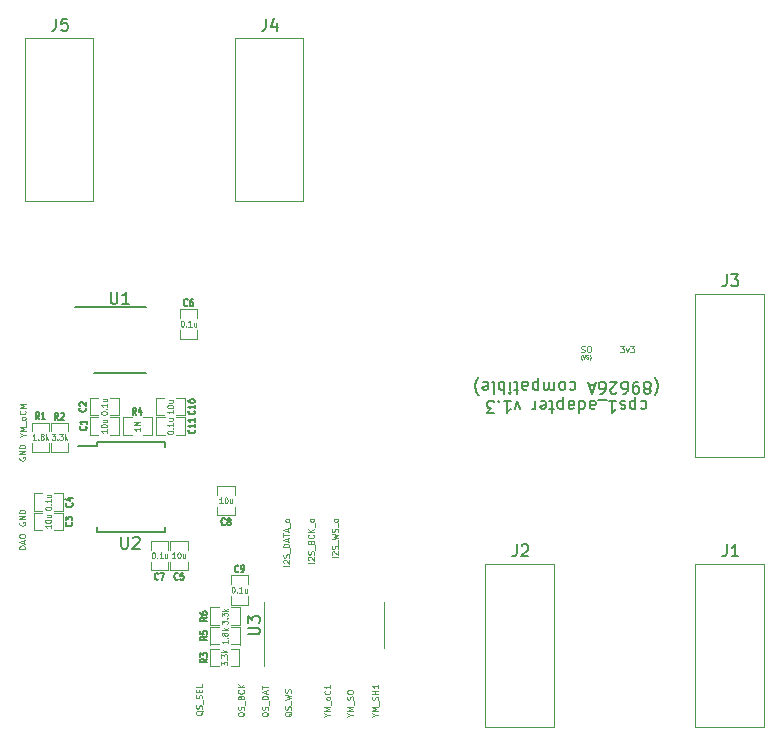
<source format=gbr>
G04 #@! TF.GenerationSoftware,KiCad,Pcbnew,6.0.4+dfsg-1+b1*
G04 #@! TF.CreationDate,2022-05-30T21:12:58+03:00*
G04 #@! TF.ProjectId,cps1_adapter,63707331-5f61-4646-9170-7465722e6b69,rev?*
G04 #@! TF.SameCoordinates,Original*
G04 #@! TF.FileFunction,Legend,Top*
G04 #@! TF.FilePolarity,Positive*
%FSLAX46Y46*%
G04 Gerber Fmt 4.6, Leading zero omitted, Abs format (unit mm)*
G04 Created by KiCad (PCBNEW 6.0.4+dfsg-1+b1) date 2022-05-30 21:12:58*
%MOMM*%
%LPD*%
G01*
G04 APERTURE LIST*
%ADD10C,0.075000*%
%ADD11C,0.200000*%
%ADD12C,0.100000*%
%ADD13C,0.127000*%
%ADD14C,0.114300*%
%ADD15C,0.150000*%
%ADD16C,0.119380*%
%ADD17C,0.120000*%
G04 APERTURE END LIST*
D10*
X91545714Y-60940000D02*
X91531428Y-60925714D01*
X91502857Y-60882857D01*
X91488571Y-60854285D01*
X91474285Y-60811428D01*
X91460000Y-60740000D01*
X91460000Y-60682857D01*
X91474285Y-60611428D01*
X91488571Y-60568571D01*
X91502857Y-60540000D01*
X91531428Y-60497142D01*
X91545714Y-60482857D01*
X91617142Y-60525714D02*
X91717142Y-60825714D01*
X91817142Y-60525714D01*
X91902857Y-60811428D02*
X91945714Y-60825714D01*
X92017142Y-60825714D01*
X92045714Y-60811428D01*
X92060000Y-60797142D01*
X92074285Y-60768571D01*
X92074285Y-60740000D01*
X92060000Y-60711428D01*
X92045714Y-60697142D01*
X92017142Y-60682857D01*
X91960000Y-60668571D01*
X91931428Y-60654285D01*
X91917142Y-60640000D01*
X91902857Y-60611428D01*
X91902857Y-60582857D01*
X91917142Y-60554285D01*
X91931428Y-60540000D01*
X91960000Y-60525714D01*
X92031428Y-60525714D01*
X92074285Y-60540000D01*
X92174285Y-60940000D02*
X92188571Y-60925714D01*
X92217142Y-60882857D01*
X92231428Y-60854285D01*
X92245714Y-60811428D01*
X92260000Y-60740000D01*
X92260000Y-60682857D01*
X92245714Y-60611428D01*
X92231428Y-60568571D01*
X92217142Y-60540000D01*
X92188571Y-60497142D01*
X92174285Y-60482857D01*
D11*
X96491904Y-64450238D02*
X96587142Y-64402619D01*
X96777619Y-64402619D01*
X96872857Y-64450238D01*
X96920476Y-64497857D01*
X96968095Y-64593095D01*
X96968095Y-64878809D01*
X96920476Y-64974047D01*
X96872857Y-65021666D01*
X96777619Y-65069285D01*
X96587142Y-65069285D01*
X96491904Y-65021666D01*
X96063333Y-65069285D02*
X96063333Y-64069285D01*
X96063333Y-65021666D02*
X95968095Y-65069285D01*
X95777619Y-65069285D01*
X95682380Y-65021666D01*
X95634761Y-64974047D01*
X95587142Y-64878809D01*
X95587142Y-64593095D01*
X95634761Y-64497857D01*
X95682380Y-64450238D01*
X95777619Y-64402619D01*
X95968095Y-64402619D01*
X96063333Y-64450238D01*
X95206190Y-64450238D02*
X95110952Y-64402619D01*
X94920476Y-64402619D01*
X94825238Y-64450238D01*
X94777619Y-64545476D01*
X94777619Y-64593095D01*
X94825238Y-64688333D01*
X94920476Y-64735952D01*
X95063333Y-64735952D01*
X95158571Y-64783571D01*
X95206190Y-64878809D01*
X95206190Y-64926428D01*
X95158571Y-65021666D01*
X95063333Y-65069285D01*
X94920476Y-65069285D01*
X94825238Y-65021666D01*
X93825238Y-64402619D02*
X94396666Y-64402619D01*
X94110952Y-64402619D02*
X94110952Y-65402619D01*
X94206190Y-65259761D01*
X94301428Y-65164523D01*
X94396666Y-65116904D01*
X93634761Y-64307380D02*
X92872857Y-64307380D01*
X92206190Y-64402619D02*
X92206190Y-64926428D01*
X92253809Y-65021666D01*
X92349047Y-65069285D01*
X92539523Y-65069285D01*
X92634761Y-65021666D01*
X92206190Y-64450238D02*
X92301428Y-64402619D01*
X92539523Y-64402619D01*
X92634761Y-64450238D01*
X92682380Y-64545476D01*
X92682380Y-64640714D01*
X92634761Y-64735952D01*
X92539523Y-64783571D01*
X92301428Y-64783571D01*
X92206190Y-64831190D01*
X91301428Y-64402619D02*
X91301428Y-65402619D01*
X91301428Y-64450238D02*
X91396666Y-64402619D01*
X91587142Y-64402619D01*
X91682380Y-64450238D01*
X91730000Y-64497857D01*
X91777619Y-64593095D01*
X91777619Y-64878809D01*
X91730000Y-64974047D01*
X91682380Y-65021666D01*
X91587142Y-65069285D01*
X91396666Y-65069285D01*
X91301428Y-65021666D01*
X90396666Y-64402619D02*
X90396666Y-64926428D01*
X90444285Y-65021666D01*
X90539523Y-65069285D01*
X90730000Y-65069285D01*
X90825238Y-65021666D01*
X90396666Y-64450238D02*
X90491904Y-64402619D01*
X90730000Y-64402619D01*
X90825238Y-64450238D01*
X90872857Y-64545476D01*
X90872857Y-64640714D01*
X90825238Y-64735952D01*
X90730000Y-64783571D01*
X90491904Y-64783571D01*
X90396666Y-64831190D01*
X89920476Y-65069285D02*
X89920476Y-64069285D01*
X89920476Y-65021666D02*
X89825238Y-65069285D01*
X89634761Y-65069285D01*
X89539523Y-65021666D01*
X89491904Y-64974047D01*
X89444285Y-64878809D01*
X89444285Y-64593095D01*
X89491904Y-64497857D01*
X89539523Y-64450238D01*
X89634761Y-64402619D01*
X89825238Y-64402619D01*
X89920476Y-64450238D01*
X89158571Y-65069285D02*
X88777619Y-65069285D01*
X89015714Y-65402619D02*
X89015714Y-64545476D01*
X88968095Y-64450238D01*
X88872857Y-64402619D01*
X88777619Y-64402619D01*
X88063333Y-64450238D02*
X88158571Y-64402619D01*
X88349047Y-64402619D01*
X88444285Y-64450238D01*
X88491904Y-64545476D01*
X88491904Y-64926428D01*
X88444285Y-65021666D01*
X88349047Y-65069285D01*
X88158571Y-65069285D01*
X88063333Y-65021666D01*
X88015714Y-64926428D01*
X88015714Y-64831190D01*
X88491904Y-64735952D01*
X87587142Y-64402619D02*
X87587142Y-65069285D01*
X87587142Y-64878809D02*
X87539523Y-64974047D01*
X87491904Y-65021666D01*
X87396666Y-65069285D01*
X87301428Y-65069285D01*
X86301428Y-65069285D02*
X86063333Y-64402619D01*
X85825238Y-65069285D01*
X84920476Y-64402619D02*
X85491904Y-64402619D01*
X85206190Y-64402619D02*
X85206190Y-65402619D01*
X85301428Y-65259761D01*
X85396666Y-65164523D01*
X85491904Y-65116904D01*
X84491904Y-64497857D02*
X84444285Y-64450238D01*
X84491904Y-64402619D01*
X84539523Y-64450238D01*
X84491904Y-64497857D01*
X84491904Y-64402619D01*
X84110952Y-65402619D02*
X83491904Y-65402619D01*
X83825238Y-65021666D01*
X83682380Y-65021666D01*
X83587142Y-64974047D01*
X83539523Y-64926428D01*
X83491904Y-64831190D01*
X83491904Y-64593095D01*
X83539523Y-64497857D01*
X83587142Y-64450238D01*
X83682380Y-64402619D01*
X83968095Y-64402619D01*
X84063333Y-64450238D01*
X84110952Y-64497857D01*
X97682380Y-62411666D02*
X97730000Y-62459285D01*
X97825238Y-62602142D01*
X97872857Y-62697380D01*
X97920476Y-62840238D01*
X97968095Y-63078333D01*
X97968095Y-63268809D01*
X97920476Y-63506904D01*
X97872857Y-63649761D01*
X97825238Y-63745000D01*
X97730000Y-63887857D01*
X97682380Y-63935476D01*
X97158571Y-63364047D02*
X97253809Y-63411666D01*
X97301428Y-63459285D01*
X97349047Y-63554523D01*
X97349047Y-63602142D01*
X97301428Y-63697380D01*
X97253809Y-63745000D01*
X97158571Y-63792619D01*
X96968095Y-63792619D01*
X96872857Y-63745000D01*
X96825238Y-63697380D01*
X96777619Y-63602142D01*
X96777619Y-63554523D01*
X96825238Y-63459285D01*
X96872857Y-63411666D01*
X96968095Y-63364047D01*
X97158571Y-63364047D01*
X97253809Y-63316428D01*
X97301428Y-63268809D01*
X97349047Y-63173571D01*
X97349047Y-62983095D01*
X97301428Y-62887857D01*
X97253809Y-62840238D01*
X97158571Y-62792619D01*
X96968095Y-62792619D01*
X96872857Y-62840238D01*
X96825238Y-62887857D01*
X96777619Y-62983095D01*
X96777619Y-63173571D01*
X96825238Y-63268809D01*
X96872857Y-63316428D01*
X96968095Y-63364047D01*
X96301428Y-62792619D02*
X96110952Y-62792619D01*
X96015714Y-62840238D01*
X95968095Y-62887857D01*
X95872857Y-63030714D01*
X95825238Y-63221190D01*
X95825238Y-63602142D01*
X95872857Y-63697380D01*
X95920476Y-63745000D01*
X96015714Y-63792619D01*
X96206190Y-63792619D01*
X96301428Y-63745000D01*
X96349047Y-63697380D01*
X96396666Y-63602142D01*
X96396666Y-63364047D01*
X96349047Y-63268809D01*
X96301428Y-63221190D01*
X96206190Y-63173571D01*
X96015714Y-63173571D01*
X95920476Y-63221190D01*
X95872857Y-63268809D01*
X95825238Y-63364047D01*
X94968095Y-63792619D02*
X95158571Y-63792619D01*
X95253809Y-63745000D01*
X95301428Y-63697380D01*
X95396666Y-63554523D01*
X95444285Y-63364047D01*
X95444285Y-62983095D01*
X95396666Y-62887857D01*
X95349047Y-62840238D01*
X95253809Y-62792619D01*
X95063333Y-62792619D01*
X94968095Y-62840238D01*
X94920476Y-62887857D01*
X94872857Y-62983095D01*
X94872857Y-63221190D01*
X94920476Y-63316428D01*
X94968095Y-63364047D01*
X95063333Y-63411666D01*
X95253809Y-63411666D01*
X95349047Y-63364047D01*
X95396666Y-63316428D01*
X95444285Y-63221190D01*
X94491904Y-63697380D02*
X94444285Y-63745000D01*
X94349047Y-63792619D01*
X94110952Y-63792619D01*
X94015714Y-63745000D01*
X93968095Y-63697380D01*
X93920476Y-63602142D01*
X93920476Y-63506904D01*
X93968095Y-63364047D01*
X94539523Y-62792619D01*
X93920476Y-62792619D01*
X93063333Y-63792619D02*
X93253809Y-63792619D01*
X93349047Y-63745000D01*
X93396666Y-63697380D01*
X93491904Y-63554523D01*
X93539523Y-63364047D01*
X93539523Y-62983095D01*
X93491904Y-62887857D01*
X93444285Y-62840238D01*
X93349047Y-62792619D01*
X93158571Y-62792619D01*
X93063333Y-62840238D01*
X93015714Y-62887857D01*
X92968095Y-62983095D01*
X92968095Y-63221190D01*
X93015714Y-63316428D01*
X93063333Y-63364047D01*
X93158571Y-63411666D01*
X93349047Y-63411666D01*
X93444285Y-63364047D01*
X93491904Y-63316428D01*
X93539523Y-63221190D01*
X92587142Y-63078333D02*
X92110952Y-63078333D01*
X92682380Y-62792619D02*
X92349047Y-63792619D01*
X92015714Y-62792619D01*
X90491904Y-62840238D02*
X90587142Y-62792619D01*
X90777619Y-62792619D01*
X90872857Y-62840238D01*
X90920476Y-62887857D01*
X90968095Y-62983095D01*
X90968095Y-63268809D01*
X90920476Y-63364047D01*
X90872857Y-63411666D01*
X90777619Y-63459285D01*
X90587142Y-63459285D01*
X90491904Y-63411666D01*
X89920476Y-62792619D02*
X90015714Y-62840238D01*
X90063333Y-62887857D01*
X90110952Y-62983095D01*
X90110952Y-63268809D01*
X90063333Y-63364047D01*
X90015714Y-63411666D01*
X89920476Y-63459285D01*
X89777619Y-63459285D01*
X89682380Y-63411666D01*
X89634761Y-63364047D01*
X89587142Y-63268809D01*
X89587142Y-62983095D01*
X89634761Y-62887857D01*
X89682380Y-62840238D01*
X89777619Y-62792619D01*
X89920476Y-62792619D01*
X89158571Y-62792619D02*
X89158571Y-63459285D01*
X89158571Y-63364047D02*
X89110952Y-63411666D01*
X89015714Y-63459285D01*
X88872857Y-63459285D01*
X88777619Y-63411666D01*
X88730000Y-63316428D01*
X88730000Y-62792619D01*
X88730000Y-63316428D02*
X88682380Y-63411666D01*
X88587142Y-63459285D01*
X88444285Y-63459285D01*
X88349047Y-63411666D01*
X88301428Y-63316428D01*
X88301428Y-62792619D01*
X87825238Y-63459285D02*
X87825238Y-62459285D01*
X87825238Y-63411666D02*
X87730000Y-63459285D01*
X87539523Y-63459285D01*
X87444285Y-63411666D01*
X87396666Y-63364047D01*
X87349047Y-63268809D01*
X87349047Y-62983095D01*
X87396666Y-62887857D01*
X87444285Y-62840238D01*
X87539523Y-62792619D01*
X87730000Y-62792619D01*
X87825238Y-62840238D01*
X86491904Y-62792619D02*
X86491904Y-63316428D01*
X86539523Y-63411666D01*
X86634761Y-63459285D01*
X86825238Y-63459285D01*
X86920476Y-63411666D01*
X86491904Y-62840238D02*
X86587142Y-62792619D01*
X86825238Y-62792619D01*
X86920476Y-62840238D01*
X86968095Y-62935476D01*
X86968095Y-63030714D01*
X86920476Y-63125952D01*
X86825238Y-63173571D01*
X86587142Y-63173571D01*
X86491904Y-63221190D01*
X86158571Y-63459285D02*
X85777619Y-63459285D01*
X86015714Y-63792619D02*
X86015714Y-62935476D01*
X85968095Y-62840238D01*
X85872857Y-62792619D01*
X85777619Y-62792619D01*
X85444285Y-62792619D02*
X85444285Y-63459285D01*
X85444285Y-63792619D02*
X85491904Y-63745000D01*
X85444285Y-63697380D01*
X85396666Y-63745000D01*
X85444285Y-63792619D01*
X85444285Y-63697380D01*
X84968095Y-62792619D02*
X84968095Y-63792619D01*
X84968095Y-63411666D02*
X84872857Y-63459285D01*
X84682380Y-63459285D01*
X84587142Y-63411666D01*
X84539523Y-63364047D01*
X84491904Y-63268809D01*
X84491904Y-62983095D01*
X84539523Y-62887857D01*
X84587142Y-62840238D01*
X84682380Y-62792619D01*
X84872857Y-62792619D01*
X84968095Y-62840238D01*
X83920476Y-62792619D02*
X84015714Y-62840238D01*
X84063333Y-62935476D01*
X84063333Y-63792619D01*
X83158571Y-62840238D02*
X83253809Y-62792619D01*
X83444285Y-62792619D01*
X83539523Y-62840238D01*
X83587142Y-62935476D01*
X83587142Y-63316428D01*
X83539523Y-63411666D01*
X83444285Y-63459285D01*
X83253809Y-63459285D01*
X83158571Y-63411666D01*
X83110952Y-63316428D01*
X83110952Y-63221190D01*
X83587142Y-63125952D01*
X82777619Y-62411666D02*
X82730000Y-62459285D01*
X82634761Y-62602142D01*
X82587142Y-62697380D01*
X82539523Y-62840238D01*
X82491904Y-63078333D01*
X82491904Y-63268809D01*
X82539523Y-63506904D01*
X82587142Y-63649761D01*
X82634761Y-63745000D01*
X82730000Y-63887857D01*
X82777619Y-63935476D01*
D12*
X91468761Y-60255619D02*
X91541333Y-60279809D01*
X91662285Y-60279809D01*
X91710666Y-60255619D01*
X91734857Y-60231428D01*
X91759047Y-60183047D01*
X91759047Y-60134666D01*
X91734857Y-60086285D01*
X91710666Y-60062095D01*
X91662285Y-60037904D01*
X91565523Y-60013714D01*
X91517142Y-59989523D01*
X91492952Y-59965333D01*
X91468761Y-59916952D01*
X91468761Y-59868571D01*
X91492952Y-59820190D01*
X91517142Y-59796000D01*
X91565523Y-59771809D01*
X91686476Y-59771809D01*
X91759047Y-59796000D01*
X92073523Y-59771809D02*
X92170285Y-59771809D01*
X92218666Y-59796000D01*
X92267047Y-59844380D01*
X92291238Y-59941142D01*
X92291238Y-60110476D01*
X92267047Y-60207238D01*
X92218666Y-60255619D01*
X92170285Y-60279809D01*
X92073523Y-60279809D01*
X92025142Y-60255619D01*
X91976761Y-60207238D01*
X91952571Y-60110476D01*
X91952571Y-59941142D01*
X91976761Y-59844380D01*
X92025142Y-59796000D01*
X92073523Y-59771809D01*
D13*
X47195333Y-65984280D02*
X47026000Y-65706090D01*
X46905047Y-65984280D02*
X46905047Y-65400080D01*
X47098571Y-65400080D01*
X47146952Y-65427900D01*
X47171142Y-65455719D01*
X47195333Y-65511357D01*
X47195333Y-65594814D01*
X47171142Y-65650452D01*
X47146952Y-65678271D01*
X47098571Y-65706090D01*
X46905047Y-65706090D01*
X47388857Y-65455719D02*
X47413047Y-65427900D01*
X47461428Y-65400080D01*
X47582380Y-65400080D01*
X47630761Y-65427900D01*
X47654952Y-65455719D01*
X47679142Y-65511357D01*
X47679142Y-65566995D01*
X47654952Y-65650452D01*
X47364666Y-65984280D01*
X47679142Y-65984280D01*
D14*
X46645971Y-67201809D02*
X46929000Y-67201809D01*
X46776600Y-67395333D01*
X46841914Y-67395333D01*
X46885457Y-67419523D01*
X46907228Y-67443714D01*
X46929000Y-67492095D01*
X46929000Y-67613047D01*
X46907228Y-67661428D01*
X46885457Y-67685619D01*
X46841914Y-67709809D01*
X46711285Y-67709809D01*
X46667742Y-67685619D01*
X46645971Y-67661428D01*
X47124942Y-67661428D02*
X47146714Y-67685619D01*
X47124942Y-67709809D01*
X47103171Y-67685619D01*
X47124942Y-67661428D01*
X47124942Y-67709809D01*
X47299114Y-67201809D02*
X47582142Y-67201809D01*
X47429742Y-67395333D01*
X47495057Y-67395333D01*
X47538600Y-67419523D01*
X47560371Y-67443714D01*
X47582142Y-67492095D01*
X47582142Y-67613047D01*
X47560371Y-67661428D01*
X47538600Y-67685619D01*
X47495057Y-67709809D01*
X47364428Y-67709809D01*
X47320885Y-67685619D01*
X47299114Y-67661428D01*
X47778085Y-67709809D02*
X47778085Y-67201809D01*
X47821628Y-67516285D02*
X47952257Y-67709809D01*
X47952257Y-67371142D02*
X47778085Y-67564666D01*
D13*
X58748642Y-66846571D02*
X58776461Y-66870761D01*
X58804280Y-66943333D01*
X58804280Y-66991714D01*
X58776461Y-67064285D01*
X58720823Y-67112666D01*
X58665185Y-67136857D01*
X58553909Y-67161047D01*
X58470452Y-67161047D01*
X58359176Y-67136857D01*
X58303538Y-67112666D01*
X58247900Y-67064285D01*
X58220080Y-66991714D01*
X58220080Y-66943333D01*
X58247900Y-66870761D01*
X58275719Y-66846571D01*
X58804280Y-66362761D02*
X58804280Y-66653047D01*
X58804280Y-66507904D02*
X58220080Y-66507904D01*
X58303538Y-66556285D01*
X58359176Y-66604666D01*
X58386995Y-66653047D01*
X58804280Y-65878952D02*
X58804280Y-66169238D01*
X58804280Y-66024095D02*
X58220080Y-66024095D01*
X58303538Y-66072476D01*
X58359176Y-66120857D01*
X58386995Y-66169238D01*
D14*
X56421809Y-67085171D02*
X56421809Y-67041628D01*
X56446000Y-66998085D01*
X56470190Y-66976314D01*
X56518571Y-66954542D01*
X56615333Y-66932771D01*
X56736285Y-66932771D01*
X56833047Y-66954542D01*
X56881428Y-66976314D01*
X56905619Y-66998085D01*
X56929809Y-67041628D01*
X56929809Y-67085171D01*
X56905619Y-67128714D01*
X56881428Y-67150485D01*
X56833047Y-67172257D01*
X56736285Y-67194028D01*
X56615333Y-67194028D01*
X56518571Y-67172257D01*
X56470190Y-67150485D01*
X56446000Y-67128714D01*
X56421809Y-67085171D01*
X56881428Y-66736828D02*
X56905619Y-66715057D01*
X56929809Y-66736828D01*
X56905619Y-66758600D01*
X56881428Y-66736828D01*
X56929809Y-66736828D01*
X56929809Y-66279628D02*
X56929809Y-66540885D01*
X56929809Y-66410257D02*
X56421809Y-66410257D01*
X56494380Y-66453800D01*
X56542761Y-66497342D01*
X56566952Y-66540885D01*
X56591142Y-65887742D02*
X56929809Y-65887742D01*
X56591142Y-66083685D02*
X56857238Y-66083685D01*
X56905619Y-66061914D01*
X56929809Y-66018371D01*
X56929809Y-65953057D01*
X56905619Y-65909514D01*
X56881428Y-65887742D01*
D13*
X53795333Y-65564280D02*
X53626000Y-65286090D01*
X53505047Y-65564280D02*
X53505047Y-64980080D01*
X53698571Y-64980080D01*
X53746952Y-65007900D01*
X53771142Y-65035719D01*
X53795333Y-65091357D01*
X53795333Y-65174814D01*
X53771142Y-65230452D01*
X53746952Y-65258271D01*
X53698571Y-65286090D01*
X53505047Y-65286090D01*
X54230761Y-65174814D02*
X54230761Y-65564280D01*
X54109809Y-64952261D02*
X53988857Y-65369547D01*
X54303333Y-65369547D01*
D14*
X54129809Y-66670628D02*
X54129809Y-66931885D01*
X54129809Y-66801257D02*
X53621809Y-66801257D01*
X53694380Y-66844800D01*
X53742761Y-66888342D01*
X53766952Y-66931885D01*
X54129809Y-66474685D02*
X53621809Y-66474685D01*
X53984666Y-66322285D01*
X53621809Y-66169885D01*
X54129809Y-66169885D01*
D13*
X55675333Y-79498642D02*
X55651142Y-79526461D01*
X55578571Y-79554280D01*
X55530190Y-79554280D01*
X55457619Y-79526461D01*
X55409238Y-79470823D01*
X55385047Y-79415185D01*
X55360857Y-79303909D01*
X55360857Y-79220452D01*
X55385047Y-79109176D01*
X55409238Y-79053538D01*
X55457619Y-78997900D01*
X55530190Y-78970080D01*
X55578571Y-78970080D01*
X55651142Y-78997900D01*
X55675333Y-79025719D01*
X55844666Y-78970080D02*
X56183333Y-78970080D01*
X55965619Y-79554280D01*
D14*
X55224828Y-77231809D02*
X55268371Y-77231809D01*
X55311914Y-77256000D01*
X55333685Y-77280190D01*
X55355457Y-77328571D01*
X55377228Y-77425333D01*
X55377228Y-77546285D01*
X55355457Y-77643047D01*
X55333685Y-77691428D01*
X55311914Y-77715619D01*
X55268371Y-77739809D01*
X55224828Y-77739809D01*
X55181285Y-77715619D01*
X55159514Y-77691428D01*
X55137742Y-77643047D01*
X55115971Y-77546285D01*
X55115971Y-77425333D01*
X55137742Y-77328571D01*
X55159514Y-77280190D01*
X55181285Y-77256000D01*
X55224828Y-77231809D01*
X55573171Y-77691428D02*
X55594942Y-77715619D01*
X55573171Y-77739809D01*
X55551400Y-77715619D01*
X55573171Y-77691428D01*
X55573171Y-77739809D01*
X56030371Y-77739809D02*
X55769114Y-77739809D01*
X55899742Y-77739809D02*
X55899742Y-77231809D01*
X55856200Y-77304380D01*
X55812657Y-77352761D01*
X55769114Y-77376952D01*
X56422257Y-77401142D02*
X56422257Y-77739809D01*
X56226314Y-77401142D02*
X56226314Y-77667238D01*
X56248085Y-77715619D01*
X56291628Y-77739809D01*
X56356942Y-77739809D01*
X56400485Y-77715619D01*
X56422257Y-77691428D01*
D15*
X52518095Y-75922380D02*
X52518095Y-76731904D01*
X52565714Y-76827142D01*
X52613333Y-76874761D01*
X52708571Y-76922380D01*
X52899047Y-76922380D01*
X52994285Y-76874761D01*
X53041904Y-76827142D01*
X53089523Y-76731904D01*
X53089523Y-75922380D01*
X53518095Y-76017619D02*
X53565714Y-75970000D01*
X53660952Y-75922380D01*
X53899047Y-75922380D01*
X53994285Y-75970000D01*
X54041904Y-76017619D01*
X54089523Y-76112857D01*
X54089523Y-76208095D01*
X54041904Y-76350952D01*
X53470476Y-76922380D01*
X54089523Y-76922380D01*
X86008026Y-76564400D02*
X86008026Y-77278686D01*
X85960407Y-77421543D01*
X85865169Y-77516781D01*
X85722312Y-77564400D01*
X85627074Y-77564400D01*
X86436598Y-76659639D02*
X86484217Y-76612020D01*
X86579455Y-76564400D01*
X86817550Y-76564400D01*
X86912788Y-76612020D01*
X86960407Y-76659639D01*
X87008026Y-76754877D01*
X87008026Y-76850115D01*
X86960407Y-76992972D01*
X86388979Y-77564400D01*
X87008026Y-77564400D01*
D12*
X44187904Y-67297904D02*
X44429809Y-67297904D01*
X43921809Y-67467238D02*
X44187904Y-67297904D01*
X43921809Y-67128571D01*
X44429809Y-66959238D02*
X43921809Y-66959238D01*
X44284666Y-66789904D01*
X43921809Y-66620571D01*
X44429809Y-66620571D01*
X44478190Y-66499619D02*
X44478190Y-66112571D01*
X44429809Y-65919047D02*
X44405619Y-65967428D01*
X44381428Y-65991619D01*
X44333047Y-66015809D01*
X44187904Y-66015809D01*
X44139523Y-65991619D01*
X44115333Y-65967428D01*
X44091142Y-65919047D01*
X44091142Y-65846476D01*
X44115333Y-65798095D01*
X44139523Y-65773904D01*
X44187904Y-65749714D01*
X44333047Y-65749714D01*
X44381428Y-65773904D01*
X44405619Y-65798095D01*
X44429809Y-65846476D01*
X44429809Y-65919047D01*
X44381428Y-65241714D02*
X44405619Y-65265904D01*
X44429809Y-65338476D01*
X44429809Y-65386857D01*
X44405619Y-65459428D01*
X44357238Y-65507809D01*
X44308857Y-65532000D01*
X44212095Y-65556190D01*
X44139523Y-65556190D01*
X44042761Y-65532000D01*
X43994380Y-65507809D01*
X43946000Y-65459428D01*
X43921809Y-65386857D01*
X43921809Y-65338476D01*
X43946000Y-65265904D01*
X43970190Y-65241714D01*
X44429809Y-65024000D02*
X43921809Y-65024000D01*
X44284666Y-64854666D01*
X43921809Y-64685333D01*
X44429809Y-64685333D01*
X44399809Y-76936857D02*
X43891809Y-76936857D01*
X43891809Y-76815904D01*
X43916000Y-76743333D01*
X43964380Y-76694952D01*
X44012761Y-76670761D01*
X44109523Y-76646571D01*
X44182095Y-76646571D01*
X44278857Y-76670761D01*
X44327238Y-76694952D01*
X44375619Y-76743333D01*
X44399809Y-76815904D01*
X44399809Y-76936857D01*
X44254666Y-76453047D02*
X44254666Y-76211142D01*
X44399809Y-76501428D02*
X43891809Y-76332095D01*
X44399809Y-76162761D01*
X43891809Y-75896666D02*
X43891809Y-75799904D01*
X43916000Y-75751523D01*
X43964380Y-75703142D01*
X44061142Y-75678952D01*
X44230476Y-75678952D01*
X44327238Y-75703142D01*
X44375619Y-75751523D01*
X44399809Y-75799904D01*
X44399809Y-75896666D01*
X44375619Y-75945047D01*
X44327238Y-75993428D01*
X44230476Y-76017619D01*
X44061142Y-76017619D01*
X43964380Y-75993428D01*
X43916000Y-75945047D01*
X43891809Y-75896666D01*
D13*
X61315333Y-74846642D02*
X61291142Y-74874461D01*
X61218571Y-74902280D01*
X61170190Y-74902280D01*
X61097619Y-74874461D01*
X61049238Y-74818823D01*
X61025047Y-74763185D01*
X61000857Y-74651909D01*
X61000857Y-74568452D01*
X61025047Y-74457176D01*
X61049238Y-74401538D01*
X61097619Y-74345900D01*
X61170190Y-74318080D01*
X61218571Y-74318080D01*
X61291142Y-74345900D01*
X61315333Y-74373719D01*
X61605619Y-74568452D02*
X61557238Y-74540633D01*
X61533047Y-74512814D01*
X61508857Y-74457176D01*
X61508857Y-74429357D01*
X61533047Y-74373719D01*
X61557238Y-74345900D01*
X61605619Y-74318080D01*
X61702380Y-74318080D01*
X61750761Y-74345900D01*
X61774952Y-74373719D01*
X61799142Y-74429357D01*
X61799142Y-74457176D01*
X61774952Y-74512814D01*
X61750761Y-74540633D01*
X61702380Y-74568452D01*
X61605619Y-74568452D01*
X61557238Y-74596271D01*
X61533047Y-74624090D01*
X61508857Y-74679728D01*
X61508857Y-74791004D01*
X61533047Y-74846642D01*
X61557238Y-74874461D01*
X61605619Y-74902280D01*
X61702380Y-74902280D01*
X61750761Y-74874461D01*
X61774952Y-74846642D01*
X61799142Y-74791004D01*
X61799142Y-74679728D01*
X61774952Y-74624090D01*
X61750761Y-74596271D01*
X61702380Y-74568452D01*
D14*
X61106085Y-73089809D02*
X60844828Y-73089809D01*
X60975457Y-73089809D02*
X60975457Y-72581809D01*
X60931914Y-72654380D01*
X60888371Y-72702761D01*
X60844828Y-72726952D01*
X61389114Y-72581809D02*
X61432657Y-72581809D01*
X61476200Y-72606000D01*
X61497971Y-72630190D01*
X61519742Y-72678571D01*
X61541514Y-72775333D01*
X61541514Y-72896285D01*
X61519742Y-72993047D01*
X61497971Y-73041428D01*
X61476200Y-73065619D01*
X61432657Y-73089809D01*
X61389114Y-73089809D01*
X61345571Y-73065619D01*
X61323800Y-73041428D01*
X61302028Y-72993047D01*
X61280257Y-72896285D01*
X61280257Y-72775333D01*
X61302028Y-72678571D01*
X61323800Y-72630190D01*
X61345571Y-72606000D01*
X61389114Y-72581809D01*
X61933400Y-72751142D02*
X61933400Y-73089809D01*
X61737457Y-72751142D02*
X61737457Y-73017238D01*
X61759228Y-73065619D01*
X61802771Y-73089809D01*
X61868085Y-73089809D01*
X61911628Y-73065619D01*
X61933400Y-73041428D01*
D12*
X43916000Y-69167047D02*
X43891809Y-69215428D01*
X43891809Y-69288000D01*
X43916000Y-69360571D01*
X43964380Y-69408952D01*
X44012761Y-69433142D01*
X44109523Y-69457333D01*
X44182095Y-69457333D01*
X44278857Y-69433142D01*
X44327238Y-69408952D01*
X44375619Y-69360571D01*
X44399809Y-69288000D01*
X44399809Y-69239619D01*
X44375619Y-69167047D01*
X44351428Y-69142857D01*
X44182095Y-69142857D01*
X44182095Y-69239619D01*
X44399809Y-68925142D02*
X43891809Y-68925142D01*
X44399809Y-68634857D01*
X43891809Y-68634857D01*
X44399809Y-68392952D02*
X43891809Y-68392952D01*
X43891809Y-68272000D01*
X43916000Y-68199428D01*
X43964380Y-68151047D01*
X44012761Y-68126857D01*
X44109523Y-68102666D01*
X44182095Y-68102666D01*
X44278857Y-68126857D01*
X44327238Y-68151047D01*
X44375619Y-68199428D01*
X44399809Y-68272000D01*
X44399809Y-68392952D01*
D15*
X103788026Y-76564400D02*
X103788026Y-77278686D01*
X103740407Y-77421543D01*
X103645169Y-77516781D01*
X103502312Y-77564400D01*
X103407074Y-77564400D01*
X104788026Y-77564400D02*
X104216598Y-77564400D01*
X104502312Y-77564400D02*
X104502312Y-76564400D01*
X104407074Y-76707258D01*
X104311836Y-76802496D01*
X104216598Y-76850115D01*
D13*
X49508642Y-64994666D02*
X49536461Y-65018857D01*
X49564280Y-65091428D01*
X49564280Y-65139809D01*
X49536461Y-65212380D01*
X49480823Y-65260761D01*
X49425185Y-65284952D01*
X49313909Y-65309142D01*
X49230452Y-65309142D01*
X49119176Y-65284952D01*
X49063538Y-65260761D01*
X49007900Y-65212380D01*
X48980080Y-65139809D01*
X48980080Y-65091428D01*
X49007900Y-65018857D01*
X49035719Y-64994666D01*
X49035719Y-64801142D02*
X49007900Y-64776952D01*
X48980080Y-64728571D01*
X48980080Y-64607619D01*
X49007900Y-64559238D01*
X49035719Y-64535047D01*
X49091357Y-64510857D01*
X49146995Y-64510857D01*
X49230452Y-64535047D01*
X49564280Y-64825333D01*
X49564280Y-64510857D01*
D14*
X50811809Y-65455171D02*
X50811809Y-65411628D01*
X50836000Y-65368085D01*
X50860190Y-65346314D01*
X50908571Y-65324542D01*
X51005333Y-65302771D01*
X51126285Y-65302771D01*
X51223047Y-65324542D01*
X51271428Y-65346314D01*
X51295619Y-65368085D01*
X51319809Y-65411628D01*
X51319809Y-65455171D01*
X51295619Y-65498714D01*
X51271428Y-65520485D01*
X51223047Y-65542257D01*
X51126285Y-65564028D01*
X51005333Y-65564028D01*
X50908571Y-65542257D01*
X50860190Y-65520485D01*
X50836000Y-65498714D01*
X50811809Y-65455171D01*
X51271428Y-65106828D02*
X51295619Y-65085057D01*
X51319809Y-65106828D01*
X51295619Y-65128600D01*
X51271428Y-65106828D01*
X51319809Y-65106828D01*
X51319809Y-64649628D02*
X51319809Y-64910885D01*
X51319809Y-64780257D02*
X50811809Y-64780257D01*
X50884380Y-64823800D01*
X50932761Y-64867342D01*
X50956952Y-64910885D01*
X50981142Y-64257742D02*
X51319809Y-64257742D01*
X50981142Y-64453685D02*
X51247238Y-64453685D01*
X51295619Y-64431914D01*
X51319809Y-64388371D01*
X51319809Y-64323057D01*
X51295619Y-64279514D01*
X51271428Y-64257742D01*
D13*
X48336642Y-74694666D02*
X48364461Y-74718857D01*
X48392280Y-74791428D01*
X48392280Y-74839809D01*
X48364461Y-74912380D01*
X48308823Y-74960761D01*
X48253185Y-74984952D01*
X48141909Y-75009142D01*
X48058452Y-75009142D01*
X47947176Y-74984952D01*
X47891538Y-74960761D01*
X47835900Y-74912380D01*
X47808080Y-74839809D01*
X47808080Y-74791428D01*
X47835900Y-74718857D01*
X47863719Y-74694666D01*
X47808080Y-74525333D02*
X47808080Y-74210857D01*
X48030633Y-74380190D01*
X48030633Y-74307619D01*
X48058452Y-74259238D01*
X48086271Y-74235047D01*
X48141909Y-74210857D01*
X48281004Y-74210857D01*
X48336642Y-74235047D01*
X48364461Y-74259238D01*
X48392280Y-74307619D01*
X48392280Y-74452761D01*
X48364461Y-74501142D01*
X48336642Y-74525333D01*
D14*
X46579809Y-74903914D02*
X46579809Y-75165171D01*
X46579809Y-75034542D02*
X46071809Y-75034542D01*
X46144380Y-75078085D01*
X46192761Y-75121628D01*
X46216952Y-75165171D01*
X46071809Y-74620885D02*
X46071809Y-74577342D01*
X46096000Y-74533800D01*
X46120190Y-74512028D01*
X46168571Y-74490257D01*
X46265333Y-74468485D01*
X46386285Y-74468485D01*
X46483047Y-74490257D01*
X46531428Y-74512028D01*
X46555619Y-74533800D01*
X46579809Y-74577342D01*
X46579809Y-74620885D01*
X46555619Y-74664428D01*
X46531428Y-74686200D01*
X46483047Y-74707971D01*
X46386285Y-74729742D01*
X46265333Y-74729742D01*
X46168571Y-74707971D01*
X46120190Y-74686200D01*
X46096000Y-74664428D01*
X46071809Y-74620885D01*
X46241142Y-74076600D02*
X46579809Y-74076600D01*
X46241142Y-74272542D02*
X46507238Y-74272542D01*
X46555619Y-74250771D01*
X46579809Y-74207228D01*
X46579809Y-74141914D01*
X46555619Y-74098371D01*
X46531428Y-74076600D01*
D13*
X48346642Y-73064666D02*
X48374461Y-73088857D01*
X48402280Y-73161428D01*
X48402280Y-73209809D01*
X48374461Y-73282380D01*
X48318823Y-73330761D01*
X48263185Y-73354952D01*
X48151909Y-73379142D01*
X48068452Y-73379142D01*
X47957176Y-73354952D01*
X47901538Y-73330761D01*
X47845900Y-73282380D01*
X47818080Y-73209809D01*
X47818080Y-73161428D01*
X47845900Y-73088857D01*
X47873719Y-73064666D01*
X48012814Y-72629238D02*
X48402280Y-72629238D01*
X47790261Y-72750190D02*
X48207547Y-72871142D01*
X48207547Y-72556666D01*
D14*
X46081809Y-73535171D02*
X46081809Y-73491628D01*
X46106000Y-73448085D01*
X46130190Y-73426314D01*
X46178571Y-73404542D01*
X46275333Y-73382771D01*
X46396285Y-73382771D01*
X46493047Y-73404542D01*
X46541428Y-73426314D01*
X46565619Y-73448085D01*
X46589809Y-73491628D01*
X46589809Y-73535171D01*
X46565619Y-73578714D01*
X46541428Y-73600485D01*
X46493047Y-73622257D01*
X46396285Y-73644028D01*
X46275333Y-73644028D01*
X46178571Y-73622257D01*
X46130190Y-73600485D01*
X46106000Y-73578714D01*
X46081809Y-73535171D01*
X46541428Y-73186828D02*
X46565619Y-73165057D01*
X46589809Y-73186828D01*
X46565619Y-73208600D01*
X46541428Y-73186828D01*
X46589809Y-73186828D01*
X46589809Y-72729628D02*
X46589809Y-72990885D01*
X46589809Y-72860257D02*
X46081809Y-72860257D01*
X46154380Y-72903800D01*
X46202761Y-72947342D01*
X46226952Y-72990885D01*
X46251142Y-72337742D02*
X46589809Y-72337742D01*
X46251142Y-72533685D02*
X46517238Y-72533685D01*
X46565619Y-72511914D01*
X46589809Y-72468371D01*
X46589809Y-72403057D01*
X46565619Y-72359514D01*
X46541428Y-72337742D01*
D13*
X57335333Y-79488642D02*
X57311142Y-79516461D01*
X57238571Y-79544280D01*
X57190190Y-79544280D01*
X57117619Y-79516461D01*
X57069238Y-79460823D01*
X57045047Y-79405185D01*
X57020857Y-79293909D01*
X57020857Y-79210452D01*
X57045047Y-79099176D01*
X57069238Y-79043538D01*
X57117619Y-78987900D01*
X57190190Y-78960080D01*
X57238571Y-78960080D01*
X57311142Y-78987900D01*
X57335333Y-79015719D01*
X57794952Y-78960080D02*
X57553047Y-78960080D01*
X57528857Y-79238271D01*
X57553047Y-79210452D01*
X57601428Y-79182633D01*
X57722380Y-79182633D01*
X57770761Y-79210452D01*
X57794952Y-79238271D01*
X57819142Y-79293909D01*
X57819142Y-79433004D01*
X57794952Y-79488642D01*
X57770761Y-79516461D01*
X57722380Y-79544280D01*
X57601428Y-79544280D01*
X57553047Y-79516461D01*
X57528857Y-79488642D01*
D14*
X57116085Y-77739809D02*
X56854828Y-77739809D01*
X56985457Y-77739809D02*
X56985457Y-77231809D01*
X56941914Y-77304380D01*
X56898371Y-77352761D01*
X56854828Y-77376952D01*
X57399114Y-77231809D02*
X57442657Y-77231809D01*
X57486200Y-77256000D01*
X57507971Y-77280190D01*
X57529742Y-77328571D01*
X57551514Y-77425333D01*
X57551514Y-77546285D01*
X57529742Y-77643047D01*
X57507971Y-77691428D01*
X57486200Y-77715619D01*
X57442657Y-77739809D01*
X57399114Y-77739809D01*
X57355571Y-77715619D01*
X57333800Y-77691428D01*
X57312028Y-77643047D01*
X57290257Y-77546285D01*
X57290257Y-77425333D01*
X57312028Y-77328571D01*
X57333800Y-77280190D01*
X57355571Y-77256000D01*
X57399114Y-77231809D01*
X57943400Y-77401142D02*
X57943400Y-77739809D01*
X57747457Y-77401142D02*
X57747457Y-77667238D01*
X57769228Y-77715619D01*
X57812771Y-77739809D01*
X57878085Y-77739809D01*
X57921628Y-77715619D01*
X57943400Y-77691428D01*
D13*
X58728642Y-65236571D02*
X58756461Y-65260761D01*
X58784280Y-65333333D01*
X58784280Y-65381714D01*
X58756461Y-65454285D01*
X58700823Y-65502666D01*
X58645185Y-65526857D01*
X58533909Y-65551047D01*
X58450452Y-65551047D01*
X58339176Y-65526857D01*
X58283538Y-65502666D01*
X58227900Y-65454285D01*
X58200080Y-65381714D01*
X58200080Y-65333333D01*
X58227900Y-65260761D01*
X58255719Y-65236571D01*
X58784280Y-64752761D02*
X58784280Y-65043047D01*
X58784280Y-64897904D02*
X58200080Y-64897904D01*
X58283538Y-64946285D01*
X58339176Y-64994666D01*
X58366995Y-65043047D01*
X58200080Y-64438285D02*
X58200080Y-64389904D01*
X58227900Y-64341523D01*
X58255719Y-64317333D01*
X58311357Y-64293142D01*
X58422633Y-64268952D01*
X58561728Y-64268952D01*
X58673004Y-64293142D01*
X58728642Y-64317333D01*
X58756461Y-64341523D01*
X58784280Y-64389904D01*
X58784280Y-64438285D01*
X58756461Y-64486666D01*
X58728642Y-64510857D01*
X58673004Y-64535047D01*
X58561728Y-64559238D01*
X58422633Y-64559238D01*
X58311357Y-64535047D01*
X58255719Y-64510857D01*
X58227900Y-64486666D01*
X58200080Y-64438285D01*
D14*
X56919809Y-65193914D02*
X56919809Y-65455171D01*
X56919809Y-65324542D02*
X56411809Y-65324542D01*
X56484380Y-65368085D01*
X56532761Y-65411628D01*
X56556952Y-65455171D01*
X56411809Y-64910885D02*
X56411809Y-64867342D01*
X56436000Y-64823800D01*
X56460190Y-64802028D01*
X56508571Y-64780257D01*
X56605333Y-64758485D01*
X56726285Y-64758485D01*
X56823047Y-64780257D01*
X56871428Y-64802028D01*
X56895619Y-64823800D01*
X56919809Y-64867342D01*
X56919809Y-64910885D01*
X56895619Y-64954428D01*
X56871428Y-64976200D01*
X56823047Y-64997971D01*
X56726285Y-65019742D01*
X56605333Y-65019742D01*
X56508571Y-64997971D01*
X56460190Y-64976200D01*
X56436000Y-64954428D01*
X56411809Y-64910885D01*
X56581142Y-64366600D02*
X56919809Y-64366600D01*
X56581142Y-64562542D02*
X56847238Y-64562542D01*
X56895619Y-64540771D01*
X56919809Y-64497228D01*
X56919809Y-64431914D01*
X56895619Y-64388371D01*
X56871428Y-64366600D01*
D13*
X49548642Y-66564666D02*
X49576461Y-66588857D01*
X49604280Y-66661428D01*
X49604280Y-66709809D01*
X49576461Y-66782380D01*
X49520823Y-66830761D01*
X49465185Y-66854952D01*
X49353909Y-66879142D01*
X49270452Y-66879142D01*
X49159176Y-66854952D01*
X49103538Y-66830761D01*
X49047900Y-66782380D01*
X49020080Y-66709809D01*
X49020080Y-66661428D01*
X49047900Y-66588857D01*
X49075719Y-66564666D01*
X49604280Y-66080857D02*
X49604280Y-66371142D01*
X49604280Y-66226000D02*
X49020080Y-66226000D01*
X49103538Y-66274380D01*
X49159176Y-66322761D01*
X49186995Y-66371142D01*
D14*
X51319809Y-66823914D02*
X51319809Y-67085171D01*
X51319809Y-66954542D02*
X50811809Y-66954542D01*
X50884380Y-66998085D01*
X50932761Y-67041628D01*
X50956952Y-67085171D01*
X50811809Y-66540885D02*
X50811809Y-66497342D01*
X50836000Y-66453800D01*
X50860190Y-66432028D01*
X50908571Y-66410257D01*
X51005333Y-66388485D01*
X51126285Y-66388485D01*
X51223047Y-66410257D01*
X51271428Y-66432028D01*
X51295619Y-66453800D01*
X51319809Y-66497342D01*
X51319809Y-66540885D01*
X51295619Y-66584428D01*
X51271428Y-66606200D01*
X51223047Y-66627971D01*
X51126285Y-66649742D01*
X51005333Y-66649742D01*
X50908571Y-66627971D01*
X50860190Y-66606200D01*
X50836000Y-66584428D01*
X50811809Y-66540885D01*
X50981142Y-65996600D02*
X51319809Y-65996600D01*
X50981142Y-66192542D02*
X51247238Y-66192542D01*
X51295619Y-66170771D01*
X51319809Y-66127228D01*
X51319809Y-66061914D01*
X51295619Y-66018371D01*
X51271428Y-65996600D01*
D13*
X45605333Y-65966280D02*
X45436000Y-65688090D01*
X45315047Y-65966280D02*
X45315047Y-65382080D01*
X45508571Y-65382080D01*
X45556952Y-65409900D01*
X45581142Y-65437719D01*
X45605333Y-65493357D01*
X45605333Y-65576814D01*
X45581142Y-65632452D01*
X45556952Y-65660271D01*
X45508571Y-65688090D01*
X45315047Y-65688090D01*
X46089142Y-65966280D02*
X45798857Y-65966280D01*
X45944000Y-65966280D02*
X45944000Y-65382080D01*
X45895619Y-65465538D01*
X45847238Y-65521176D01*
X45798857Y-65548995D01*
D14*
X45309000Y-67709809D02*
X45047742Y-67709809D01*
X45178371Y-67709809D02*
X45178371Y-67201809D01*
X45134828Y-67274380D01*
X45091285Y-67322761D01*
X45047742Y-67346952D01*
X45504942Y-67661428D02*
X45526714Y-67685619D01*
X45504942Y-67709809D01*
X45483171Y-67685619D01*
X45504942Y-67661428D01*
X45504942Y-67709809D01*
X45787971Y-67419523D02*
X45744428Y-67395333D01*
X45722657Y-67371142D01*
X45700885Y-67322761D01*
X45700885Y-67298571D01*
X45722657Y-67250190D01*
X45744428Y-67226000D01*
X45787971Y-67201809D01*
X45875057Y-67201809D01*
X45918600Y-67226000D01*
X45940371Y-67250190D01*
X45962142Y-67298571D01*
X45962142Y-67322761D01*
X45940371Y-67371142D01*
X45918600Y-67395333D01*
X45875057Y-67419523D01*
X45787971Y-67419523D01*
X45744428Y-67443714D01*
X45722657Y-67467904D01*
X45700885Y-67516285D01*
X45700885Y-67613047D01*
X45722657Y-67661428D01*
X45744428Y-67685619D01*
X45787971Y-67709809D01*
X45875057Y-67709809D01*
X45918600Y-67685619D01*
X45940371Y-67661428D01*
X45962142Y-67613047D01*
X45962142Y-67516285D01*
X45940371Y-67467904D01*
X45918600Y-67443714D01*
X45875057Y-67419523D01*
X46158085Y-67709809D02*
X46158085Y-67201809D01*
X46201628Y-67516285D02*
X46332257Y-67709809D01*
X46332257Y-67371142D02*
X46158085Y-67564666D01*
D15*
X103788026Y-53704400D02*
X103788026Y-54418686D01*
X103740407Y-54561543D01*
X103645169Y-54656781D01*
X103502312Y-54704400D01*
X103407074Y-54704400D01*
X104168979Y-53704400D02*
X104788026Y-53704400D01*
X104454693Y-54085353D01*
X104597550Y-54085353D01*
X104692788Y-54132972D01*
X104740407Y-54180591D01*
X104788026Y-54275829D01*
X104788026Y-54513924D01*
X104740407Y-54609162D01*
X104692788Y-54656781D01*
X104597550Y-54704400D01*
X104311836Y-54704400D01*
X104216598Y-54656781D01*
X104168979Y-54609162D01*
X51628095Y-55182380D02*
X51628095Y-55991904D01*
X51675714Y-56087142D01*
X51723333Y-56134761D01*
X51818571Y-56182380D01*
X52009047Y-56182380D01*
X52104285Y-56134761D01*
X52151904Y-56087142D01*
X52199523Y-55991904D01*
X52199523Y-55182380D01*
X53199523Y-56182380D02*
X52628095Y-56182380D01*
X52913809Y-56182380D02*
X52913809Y-55182380D01*
X52818571Y-55325238D01*
X52723333Y-55420476D01*
X52628095Y-55468095D01*
D12*
X43916000Y-74687047D02*
X43891809Y-74735428D01*
X43891809Y-74808000D01*
X43916000Y-74880571D01*
X43964380Y-74928952D01*
X44012761Y-74953142D01*
X44109523Y-74977333D01*
X44182095Y-74977333D01*
X44278857Y-74953142D01*
X44327238Y-74928952D01*
X44375619Y-74880571D01*
X44399809Y-74808000D01*
X44399809Y-74759619D01*
X44375619Y-74687047D01*
X44351428Y-74662857D01*
X44182095Y-74662857D01*
X44182095Y-74759619D01*
X44399809Y-74445142D02*
X43891809Y-74445142D01*
X44399809Y-74154857D01*
X43891809Y-74154857D01*
X44399809Y-73912952D02*
X43891809Y-73912952D01*
X43891809Y-73792000D01*
X43916000Y-73719428D01*
X43964380Y-73671047D01*
X44012761Y-73646857D01*
X44109523Y-73622666D01*
X44182095Y-73622666D01*
X44278857Y-73646857D01*
X44327238Y-73671047D01*
X44375619Y-73719428D01*
X44399809Y-73792000D01*
X44399809Y-73912952D01*
X69987904Y-90989523D02*
X70229809Y-90989523D01*
X69721809Y-91158857D02*
X69987904Y-90989523D01*
X69721809Y-90820190D01*
X70229809Y-90650857D02*
X69721809Y-90650857D01*
X70084666Y-90481523D01*
X69721809Y-90312190D01*
X70229809Y-90312190D01*
X70278190Y-90191238D02*
X70278190Y-89804190D01*
X70229809Y-89610666D02*
X70205619Y-89659047D01*
X70181428Y-89683238D01*
X70133047Y-89707428D01*
X69987904Y-89707428D01*
X69939523Y-89683238D01*
X69915333Y-89659047D01*
X69891142Y-89610666D01*
X69891142Y-89538095D01*
X69915333Y-89489714D01*
X69939523Y-89465523D01*
X69987904Y-89441333D01*
X70133047Y-89441333D01*
X70181428Y-89465523D01*
X70205619Y-89489714D01*
X70229809Y-89538095D01*
X70229809Y-89610666D01*
X70181428Y-88933333D02*
X70205619Y-88957523D01*
X70229809Y-89030095D01*
X70229809Y-89078476D01*
X70205619Y-89151047D01*
X70157238Y-89199428D01*
X70108857Y-89223619D01*
X70012095Y-89247809D01*
X69939523Y-89247809D01*
X69842761Y-89223619D01*
X69794380Y-89199428D01*
X69746000Y-89151047D01*
X69721809Y-89078476D01*
X69721809Y-89030095D01*
X69746000Y-88957523D01*
X69770190Y-88933333D01*
X70229809Y-88449523D02*
X70229809Y-88739809D01*
X70229809Y-88594666D02*
X69721809Y-88594666D01*
X69794380Y-88643047D01*
X69842761Y-88691428D01*
X69866952Y-88739809D01*
X74037904Y-91013714D02*
X74279809Y-91013714D01*
X73771809Y-91183047D02*
X74037904Y-91013714D01*
X73771809Y-90844380D01*
X74279809Y-90675047D02*
X73771809Y-90675047D01*
X74134666Y-90505714D01*
X73771809Y-90336380D01*
X74279809Y-90336380D01*
X74328190Y-90215428D02*
X74328190Y-89828380D01*
X74255619Y-89731619D02*
X74279809Y-89659047D01*
X74279809Y-89538095D01*
X74255619Y-89489714D01*
X74231428Y-89465523D01*
X74183047Y-89441333D01*
X74134666Y-89441333D01*
X74086285Y-89465523D01*
X74062095Y-89489714D01*
X74037904Y-89538095D01*
X74013714Y-89634857D01*
X73989523Y-89683238D01*
X73965333Y-89707428D01*
X73916952Y-89731619D01*
X73868571Y-89731619D01*
X73820190Y-89707428D01*
X73796000Y-89683238D01*
X73771809Y-89634857D01*
X73771809Y-89513904D01*
X73796000Y-89441333D01*
X74279809Y-89223619D02*
X73771809Y-89223619D01*
X74013714Y-89223619D02*
X74013714Y-88933333D01*
X74279809Y-88933333D02*
X73771809Y-88933333D01*
X74279809Y-88425333D02*
X74279809Y-88715619D01*
X74279809Y-88570476D02*
X73771809Y-88570476D01*
X73844380Y-88618857D01*
X73892761Y-88667238D01*
X73916952Y-88715619D01*
D13*
X58145333Y-56320642D02*
X58121142Y-56348461D01*
X58048571Y-56376280D01*
X58000190Y-56376280D01*
X57927619Y-56348461D01*
X57879238Y-56292823D01*
X57855047Y-56237185D01*
X57830857Y-56125909D01*
X57830857Y-56042452D01*
X57855047Y-55931176D01*
X57879238Y-55875538D01*
X57927619Y-55819900D01*
X58000190Y-55792080D01*
X58048571Y-55792080D01*
X58121142Y-55819900D01*
X58145333Y-55847719D01*
X58580761Y-55792080D02*
X58484000Y-55792080D01*
X58435619Y-55819900D01*
X58411428Y-55847719D01*
X58363047Y-55931176D01*
X58338857Y-56042452D01*
X58338857Y-56265004D01*
X58363047Y-56320642D01*
X58387238Y-56348461D01*
X58435619Y-56376280D01*
X58532380Y-56376280D01*
X58580761Y-56348461D01*
X58604952Y-56320642D01*
X58629142Y-56265004D01*
X58629142Y-56125909D01*
X58604952Y-56070271D01*
X58580761Y-56042452D01*
X58532380Y-56014633D01*
X58435619Y-56014633D01*
X58387238Y-56042452D01*
X58363047Y-56070271D01*
X58338857Y-56125909D01*
D14*
X57674828Y-57611809D02*
X57718371Y-57611809D01*
X57761914Y-57636000D01*
X57783685Y-57660190D01*
X57805457Y-57708571D01*
X57827228Y-57805333D01*
X57827228Y-57926285D01*
X57805457Y-58023047D01*
X57783685Y-58071428D01*
X57761914Y-58095619D01*
X57718371Y-58119809D01*
X57674828Y-58119809D01*
X57631285Y-58095619D01*
X57609514Y-58071428D01*
X57587742Y-58023047D01*
X57565971Y-57926285D01*
X57565971Y-57805333D01*
X57587742Y-57708571D01*
X57609514Y-57660190D01*
X57631285Y-57636000D01*
X57674828Y-57611809D01*
X58023171Y-58071428D02*
X58044942Y-58095619D01*
X58023171Y-58119809D01*
X58001400Y-58095619D01*
X58023171Y-58071428D01*
X58023171Y-58119809D01*
X58480371Y-58119809D02*
X58219114Y-58119809D01*
X58349742Y-58119809D02*
X58349742Y-57611809D01*
X58306200Y-57684380D01*
X58262657Y-57732761D01*
X58219114Y-57756952D01*
X58872257Y-57781142D02*
X58872257Y-58119809D01*
X58676314Y-57781142D02*
X58676314Y-58047238D01*
X58698085Y-58095619D01*
X58741628Y-58119809D01*
X58806942Y-58119809D01*
X58850485Y-58095619D01*
X58872257Y-58071428D01*
D15*
X47008026Y-32064400D02*
X47008026Y-32778686D01*
X46960407Y-32921543D01*
X46865169Y-33016781D01*
X46722312Y-33064400D01*
X46627074Y-33064400D01*
X47960407Y-32064400D02*
X47484217Y-32064400D01*
X47436598Y-32540591D01*
X47484217Y-32492972D01*
X47579455Y-32445353D01*
X47817550Y-32445353D01*
X47912788Y-32492972D01*
X47960407Y-32540591D01*
X48008026Y-32635829D01*
X48008026Y-32873924D01*
X47960407Y-32969162D01*
X47912788Y-33016781D01*
X47817550Y-33064400D01*
X47579455Y-33064400D01*
X47484217Y-33016781D01*
X47436598Y-32969162D01*
X64788026Y-32064400D02*
X64788026Y-32778686D01*
X64740407Y-32921543D01*
X64645169Y-33016781D01*
X64502312Y-33064400D01*
X64407074Y-33064400D01*
X65692788Y-32397734D02*
X65692788Y-33064400D01*
X65454693Y-32016781D02*
X65216598Y-32731067D01*
X65835645Y-32731067D01*
D12*
X94765238Y-59771809D02*
X95079714Y-59771809D01*
X94910380Y-59965333D01*
X94982952Y-59965333D01*
X95031333Y-59989523D01*
X95055523Y-60013714D01*
X95079714Y-60062095D01*
X95079714Y-60183047D01*
X95055523Y-60231428D01*
X95031333Y-60255619D01*
X94982952Y-60279809D01*
X94837809Y-60279809D01*
X94789428Y-60255619D01*
X94765238Y-60231428D01*
X95249047Y-59941142D02*
X95370000Y-60279809D01*
X95490952Y-59941142D01*
X95636095Y-59771809D02*
X95950571Y-59771809D01*
X95781238Y-59965333D01*
X95853809Y-59965333D01*
X95902190Y-59989523D01*
X95926380Y-60013714D01*
X95950571Y-60062095D01*
X95950571Y-60183047D01*
X95926380Y-60231428D01*
X95902190Y-60255619D01*
X95853809Y-60279809D01*
X95708666Y-60279809D01*
X95660285Y-60255619D01*
X95636095Y-60231428D01*
X62968190Y-90753904D02*
X62944000Y-90802285D01*
X62895619Y-90850666D01*
X62823047Y-90923238D01*
X62798857Y-90971619D01*
X62798857Y-91020000D01*
X62919809Y-90995809D02*
X62895619Y-91044190D01*
X62847238Y-91092571D01*
X62750476Y-91116761D01*
X62581142Y-91116761D01*
X62484380Y-91092571D01*
X62436000Y-91044190D01*
X62411809Y-90995809D01*
X62411809Y-90899047D01*
X62436000Y-90850666D01*
X62484380Y-90802285D01*
X62581142Y-90778095D01*
X62750476Y-90778095D01*
X62847238Y-90802285D01*
X62895619Y-90850666D01*
X62919809Y-90899047D01*
X62919809Y-90995809D01*
X62895619Y-90584571D02*
X62919809Y-90512000D01*
X62919809Y-90391047D01*
X62895619Y-90342666D01*
X62871428Y-90318476D01*
X62823047Y-90294285D01*
X62774666Y-90294285D01*
X62726285Y-90318476D01*
X62702095Y-90342666D01*
X62677904Y-90391047D01*
X62653714Y-90487809D01*
X62629523Y-90536190D01*
X62605333Y-90560380D01*
X62556952Y-90584571D01*
X62508571Y-90584571D01*
X62460190Y-90560380D01*
X62436000Y-90536190D01*
X62411809Y-90487809D01*
X62411809Y-90366857D01*
X62436000Y-90294285D01*
X62968190Y-90197523D02*
X62968190Y-89810476D01*
X62653714Y-89520190D02*
X62677904Y-89447619D01*
X62702095Y-89423428D01*
X62750476Y-89399238D01*
X62823047Y-89399238D01*
X62871428Y-89423428D01*
X62895619Y-89447619D01*
X62919809Y-89496000D01*
X62919809Y-89689523D01*
X62411809Y-89689523D01*
X62411809Y-89520190D01*
X62436000Y-89471809D01*
X62460190Y-89447619D01*
X62508571Y-89423428D01*
X62556952Y-89423428D01*
X62605333Y-89447619D01*
X62629523Y-89471809D01*
X62653714Y-89520190D01*
X62653714Y-89689523D01*
X62871428Y-88891238D02*
X62895619Y-88915428D01*
X62919809Y-88988000D01*
X62919809Y-89036380D01*
X62895619Y-89108952D01*
X62847238Y-89157333D01*
X62798857Y-89181523D01*
X62702095Y-89205714D01*
X62629523Y-89205714D01*
X62532761Y-89181523D01*
X62484380Y-89157333D01*
X62436000Y-89108952D01*
X62411809Y-89036380D01*
X62411809Y-88988000D01*
X62436000Y-88915428D01*
X62460190Y-88891238D01*
X62919809Y-88673523D02*
X62411809Y-88673523D01*
X62919809Y-88383238D02*
X62629523Y-88600952D01*
X62411809Y-88383238D02*
X62702095Y-88673523D01*
X70869809Y-77662857D02*
X70361809Y-77662857D01*
X70410190Y-77445142D02*
X70386000Y-77420952D01*
X70361809Y-77372571D01*
X70361809Y-77251619D01*
X70386000Y-77203238D01*
X70410190Y-77179047D01*
X70458571Y-77154857D01*
X70506952Y-77154857D01*
X70579523Y-77179047D01*
X70869809Y-77469333D01*
X70869809Y-77154857D01*
X70845619Y-76961333D02*
X70869809Y-76888761D01*
X70869809Y-76767809D01*
X70845619Y-76719428D01*
X70821428Y-76695238D01*
X70773047Y-76671047D01*
X70724666Y-76671047D01*
X70676285Y-76695238D01*
X70652095Y-76719428D01*
X70627904Y-76767809D01*
X70603714Y-76864571D01*
X70579523Y-76912952D01*
X70555333Y-76937142D01*
X70506952Y-76961333D01*
X70458571Y-76961333D01*
X70410190Y-76937142D01*
X70386000Y-76912952D01*
X70361809Y-76864571D01*
X70361809Y-76743619D01*
X70386000Y-76671047D01*
X70918190Y-76574285D02*
X70918190Y-76187238D01*
X70361809Y-76114666D02*
X70869809Y-75993714D01*
X70506952Y-75896952D01*
X70869809Y-75800190D01*
X70361809Y-75679238D01*
X70845619Y-75509904D02*
X70869809Y-75437333D01*
X70869809Y-75316380D01*
X70845619Y-75268000D01*
X70821428Y-75243809D01*
X70773047Y-75219619D01*
X70724666Y-75219619D01*
X70676285Y-75243809D01*
X70652095Y-75268000D01*
X70627904Y-75316380D01*
X70603714Y-75413142D01*
X70579523Y-75461523D01*
X70555333Y-75485714D01*
X70506952Y-75509904D01*
X70458571Y-75509904D01*
X70410190Y-75485714D01*
X70386000Y-75461523D01*
X70361809Y-75413142D01*
X70361809Y-75292190D01*
X70386000Y-75219619D01*
X70918190Y-75122857D02*
X70918190Y-74735809D01*
X70869809Y-74542285D02*
X70845619Y-74590666D01*
X70821428Y-74614857D01*
X70773047Y-74639047D01*
X70627904Y-74639047D01*
X70579523Y-74614857D01*
X70555333Y-74590666D01*
X70531142Y-74542285D01*
X70531142Y-74469714D01*
X70555333Y-74421333D01*
X70579523Y-74397142D01*
X70627904Y-74372952D01*
X70773047Y-74372952D01*
X70821428Y-74397142D01*
X70845619Y-74421333D01*
X70869809Y-74469714D01*
X70869809Y-74542285D01*
D13*
X59796280Y-82714666D02*
X59518090Y-82884000D01*
X59796280Y-83004952D02*
X59212080Y-83004952D01*
X59212080Y-82811428D01*
X59239900Y-82763047D01*
X59267719Y-82738857D01*
X59323357Y-82714666D01*
X59406814Y-82714666D01*
X59462452Y-82738857D01*
X59490271Y-82763047D01*
X59518090Y-82811428D01*
X59518090Y-83004952D01*
X59212080Y-82279238D02*
X59212080Y-82376000D01*
X59239900Y-82424380D01*
X59267719Y-82448571D01*
X59351176Y-82496952D01*
X59462452Y-82521142D01*
X59685004Y-82521142D01*
X59740642Y-82496952D01*
X59768461Y-82472761D01*
X59796280Y-82424380D01*
X59796280Y-82327619D01*
X59768461Y-82279238D01*
X59740642Y-82255047D01*
X59685004Y-82230857D01*
X59545909Y-82230857D01*
X59490271Y-82255047D01*
X59462452Y-82279238D01*
X59434633Y-82327619D01*
X59434633Y-82424380D01*
X59462452Y-82472761D01*
X59490271Y-82496952D01*
X59545909Y-82521142D01*
D14*
X61031809Y-83294028D02*
X61031809Y-83011000D01*
X61225333Y-83163400D01*
X61225333Y-83098085D01*
X61249523Y-83054542D01*
X61273714Y-83032771D01*
X61322095Y-83011000D01*
X61443047Y-83011000D01*
X61491428Y-83032771D01*
X61515619Y-83054542D01*
X61539809Y-83098085D01*
X61539809Y-83228714D01*
X61515619Y-83272257D01*
X61491428Y-83294028D01*
X61491428Y-82815057D02*
X61515619Y-82793285D01*
X61539809Y-82815057D01*
X61515619Y-82836828D01*
X61491428Y-82815057D01*
X61539809Y-82815057D01*
X61031809Y-82640885D02*
X61031809Y-82357857D01*
X61225333Y-82510257D01*
X61225333Y-82444942D01*
X61249523Y-82401400D01*
X61273714Y-82379628D01*
X61322095Y-82357857D01*
X61443047Y-82357857D01*
X61491428Y-82379628D01*
X61515619Y-82401400D01*
X61539809Y-82444942D01*
X61539809Y-82575571D01*
X61515619Y-82619114D01*
X61491428Y-82640885D01*
X61539809Y-82161914D02*
X61031809Y-82161914D01*
X61346285Y-82118371D02*
X61539809Y-81987742D01*
X61201142Y-81987742D02*
X61394666Y-82161914D01*
D12*
X66938190Y-90724095D02*
X66914000Y-90772476D01*
X66865619Y-90820857D01*
X66793047Y-90893428D01*
X66768857Y-90941809D01*
X66768857Y-90990190D01*
X66889809Y-90966000D02*
X66865619Y-91014380D01*
X66817238Y-91062761D01*
X66720476Y-91086952D01*
X66551142Y-91086952D01*
X66454380Y-91062761D01*
X66406000Y-91014380D01*
X66381809Y-90966000D01*
X66381809Y-90869238D01*
X66406000Y-90820857D01*
X66454380Y-90772476D01*
X66551142Y-90748285D01*
X66720476Y-90748285D01*
X66817238Y-90772476D01*
X66865619Y-90820857D01*
X66889809Y-90869238D01*
X66889809Y-90966000D01*
X66865619Y-90554761D02*
X66889809Y-90482190D01*
X66889809Y-90361238D01*
X66865619Y-90312857D01*
X66841428Y-90288666D01*
X66793047Y-90264476D01*
X66744666Y-90264476D01*
X66696285Y-90288666D01*
X66672095Y-90312857D01*
X66647904Y-90361238D01*
X66623714Y-90458000D01*
X66599523Y-90506380D01*
X66575333Y-90530571D01*
X66526952Y-90554761D01*
X66478571Y-90554761D01*
X66430190Y-90530571D01*
X66406000Y-90506380D01*
X66381809Y-90458000D01*
X66381809Y-90337047D01*
X66406000Y-90264476D01*
X66938190Y-90167714D02*
X66938190Y-89780666D01*
X66381809Y-89708095D02*
X66889809Y-89587142D01*
X66526952Y-89490380D01*
X66889809Y-89393619D01*
X66381809Y-89272666D01*
X66865619Y-89103333D02*
X66889809Y-89030761D01*
X66889809Y-88909809D01*
X66865619Y-88861428D01*
X66841428Y-88837238D01*
X66793047Y-88813047D01*
X66744666Y-88813047D01*
X66696285Y-88837238D01*
X66672095Y-88861428D01*
X66647904Y-88909809D01*
X66623714Y-89006571D01*
X66599523Y-89054952D01*
X66575333Y-89079142D01*
X66526952Y-89103333D01*
X66478571Y-89103333D01*
X66430190Y-89079142D01*
X66406000Y-89054952D01*
X66381809Y-89006571D01*
X66381809Y-88885619D01*
X66406000Y-88813047D01*
D13*
X59814280Y-84344666D02*
X59536090Y-84514000D01*
X59814280Y-84634952D02*
X59230080Y-84634952D01*
X59230080Y-84441428D01*
X59257900Y-84393047D01*
X59285719Y-84368857D01*
X59341357Y-84344666D01*
X59424814Y-84344666D01*
X59480452Y-84368857D01*
X59508271Y-84393047D01*
X59536090Y-84441428D01*
X59536090Y-84634952D01*
X59230080Y-83885047D02*
X59230080Y-84126952D01*
X59508271Y-84151142D01*
X59480452Y-84126952D01*
X59452633Y-84078571D01*
X59452633Y-83957619D01*
X59480452Y-83909238D01*
X59508271Y-83885047D01*
X59563909Y-83860857D01*
X59703004Y-83860857D01*
X59758642Y-83885047D01*
X59786461Y-83909238D01*
X59814280Y-83957619D01*
X59814280Y-84078571D01*
X59786461Y-84126952D01*
X59758642Y-84151142D01*
D14*
X61539809Y-84681000D02*
X61539809Y-84942257D01*
X61539809Y-84811628D02*
X61031809Y-84811628D01*
X61104380Y-84855171D01*
X61152761Y-84898714D01*
X61176952Y-84942257D01*
X61491428Y-84485057D02*
X61515619Y-84463285D01*
X61539809Y-84485057D01*
X61515619Y-84506828D01*
X61491428Y-84485057D01*
X61539809Y-84485057D01*
X61249523Y-84202028D02*
X61225333Y-84245571D01*
X61201142Y-84267342D01*
X61152761Y-84289114D01*
X61128571Y-84289114D01*
X61080190Y-84267342D01*
X61056000Y-84245571D01*
X61031809Y-84202028D01*
X61031809Y-84114942D01*
X61056000Y-84071400D01*
X61080190Y-84049628D01*
X61128571Y-84027857D01*
X61152761Y-84027857D01*
X61201142Y-84049628D01*
X61225333Y-84071400D01*
X61249523Y-84114942D01*
X61249523Y-84202028D01*
X61273714Y-84245571D01*
X61297904Y-84267342D01*
X61346285Y-84289114D01*
X61443047Y-84289114D01*
X61491428Y-84267342D01*
X61515619Y-84245571D01*
X61539809Y-84202028D01*
X61539809Y-84114942D01*
X61515619Y-84071400D01*
X61491428Y-84049628D01*
X61443047Y-84027857D01*
X61346285Y-84027857D01*
X61297904Y-84049628D01*
X61273714Y-84071400D01*
X61249523Y-84114942D01*
X61539809Y-83831914D02*
X61031809Y-83831914D01*
X61346285Y-83788371D02*
X61539809Y-83657742D01*
X61201142Y-83657742D02*
X61394666Y-83831914D01*
D12*
X68849809Y-78122666D02*
X68341809Y-78122666D01*
X68390190Y-77904952D02*
X68366000Y-77880761D01*
X68341809Y-77832380D01*
X68341809Y-77711428D01*
X68366000Y-77663047D01*
X68390190Y-77638857D01*
X68438571Y-77614666D01*
X68486952Y-77614666D01*
X68559523Y-77638857D01*
X68849809Y-77929142D01*
X68849809Y-77614666D01*
X68825619Y-77421142D02*
X68849809Y-77348571D01*
X68849809Y-77227619D01*
X68825619Y-77179238D01*
X68801428Y-77155047D01*
X68753047Y-77130857D01*
X68704666Y-77130857D01*
X68656285Y-77155047D01*
X68632095Y-77179238D01*
X68607904Y-77227619D01*
X68583714Y-77324380D01*
X68559523Y-77372761D01*
X68535333Y-77396952D01*
X68486952Y-77421142D01*
X68438571Y-77421142D01*
X68390190Y-77396952D01*
X68366000Y-77372761D01*
X68341809Y-77324380D01*
X68341809Y-77203428D01*
X68366000Y-77130857D01*
X68898190Y-77034095D02*
X68898190Y-76647047D01*
X68583714Y-76356761D02*
X68607904Y-76284190D01*
X68632095Y-76260000D01*
X68680476Y-76235809D01*
X68753047Y-76235809D01*
X68801428Y-76260000D01*
X68825619Y-76284190D01*
X68849809Y-76332571D01*
X68849809Y-76526095D01*
X68341809Y-76526095D01*
X68341809Y-76356761D01*
X68366000Y-76308380D01*
X68390190Y-76284190D01*
X68438571Y-76260000D01*
X68486952Y-76260000D01*
X68535333Y-76284190D01*
X68559523Y-76308380D01*
X68583714Y-76356761D01*
X68583714Y-76526095D01*
X68801428Y-75727809D02*
X68825619Y-75752000D01*
X68849809Y-75824571D01*
X68849809Y-75872952D01*
X68825619Y-75945523D01*
X68777238Y-75993904D01*
X68728857Y-76018095D01*
X68632095Y-76042285D01*
X68559523Y-76042285D01*
X68462761Y-76018095D01*
X68414380Y-75993904D01*
X68366000Y-75945523D01*
X68341809Y-75872952D01*
X68341809Y-75824571D01*
X68366000Y-75752000D01*
X68390190Y-75727809D01*
X68849809Y-75510095D02*
X68341809Y-75510095D01*
X68849809Y-75219809D02*
X68559523Y-75437523D01*
X68341809Y-75219809D02*
X68632095Y-75510095D01*
X68898190Y-75123047D02*
X68898190Y-74736000D01*
X68849809Y-74542476D02*
X68825619Y-74590857D01*
X68801428Y-74615047D01*
X68753047Y-74639238D01*
X68607904Y-74639238D01*
X68559523Y-74615047D01*
X68535333Y-74590857D01*
X68511142Y-74542476D01*
X68511142Y-74469904D01*
X68535333Y-74421523D01*
X68559523Y-74397333D01*
X68607904Y-74373142D01*
X68753047Y-74373142D01*
X68801428Y-74397333D01*
X68825619Y-74421523D01*
X68849809Y-74469904D01*
X68849809Y-74542476D01*
X71927904Y-90991809D02*
X72169809Y-90991809D01*
X71661809Y-91161142D02*
X71927904Y-90991809D01*
X71661809Y-90822476D01*
X72169809Y-90653142D02*
X71661809Y-90653142D01*
X72024666Y-90483809D01*
X71661809Y-90314476D01*
X72169809Y-90314476D01*
X72218190Y-90193523D02*
X72218190Y-89806476D01*
X72145619Y-89709714D02*
X72169809Y-89637142D01*
X72169809Y-89516190D01*
X72145619Y-89467809D01*
X72121428Y-89443619D01*
X72073047Y-89419428D01*
X72024666Y-89419428D01*
X71976285Y-89443619D01*
X71952095Y-89467809D01*
X71927904Y-89516190D01*
X71903714Y-89612952D01*
X71879523Y-89661333D01*
X71855333Y-89685523D01*
X71806952Y-89709714D01*
X71758571Y-89709714D01*
X71710190Y-89685523D01*
X71686000Y-89661333D01*
X71661809Y-89612952D01*
X71661809Y-89492000D01*
X71686000Y-89419428D01*
X71661809Y-89104952D02*
X71661809Y-89008190D01*
X71686000Y-88959809D01*
X71734380Y-88911428D01*
X71831142Y-88887238D01*
X72000476Y-88887238D01*
X72097238Y-88911428D01*
X72145619Y-88959809D01*
X72169809Y-89008190D01*
X72169809Y-89104952D01*
X72145619Y-89153333D01*
X72097238Y-89201714D01*
X72000476Y-89225904D01*
X71831142Y-89225904D01*
X71734380Y-89201714D01*
X71686000Y-89153333D01*
X71661809Y-89104952D01*
X64998190Y-90747142D02*
X64974000Y-90795523D01*
X64925619Y-90843904D01*
X64853047Y-90916476D01*
X64828857Y-90964857D01*
X64828857Y-91013238D01*
X64949809Y-90989047D02*
X64925619Y-91037428D01*
X64877238Y-91085809D01*
X64780476Y-91110000D01*
X64611142Y-91110000D01*
X64514380Y-91085809D01*
X64466000Y-91037428D01*
X64441809Y-90989047D01*
X64441809Y-90892285D01*
X64466000Y-90843904D01*
X64514380Y-90795523D01*
X64611142Y-90771333D01*
X64780476Y-90771333D01*
X64877238Y-90795523D01*
X64925619Y-90843904D01*
X64949809Y-90892285D01*
X64949809Y-90989047D01*
X64925619Y-90577809D02*
X64949809Y-90505238D01*
X64949809Y-90384285D01*
X64925619Y-90335904D01*
X64901428Y-90311714D01*
X64853047Y-90287523D01*
X64804666Y-90287523D01*
X64756285Y-90311714D01*
X64732095Y-90335904D01*
X64707904Y-90384285D01*
X64683714Y-90481047D01*
X64659523Y-90529428D01*
X64635333Y-90553619D01*
X64586952Y-90577809D01*
X64538571Y-90577809D01*
X64490190Y-90553619D01*
X64466000Y-90529428D01*
X64441809Y-90481047D01*
X64441809Y-90360095D01*
X64466000Y-90287523D01*
X64998190Y-90190761D02*
X64998190Y-89803714D01*
X64949809Y-89682761D02*
X64441809Y-89682761D01*
X64441809Y-89561809D01*
X64466000Y-89489238D01*
X64514380Y-89440857D01*
X64562761Y-89416666D01*
X64659523Y-89392476D01*
X64732095Y-89392476D01*
X64828857Y-89416666D01*
X64877238Y-89440857D01*
X64925619Y-89489238D01*
X64949809Y-89561809D01*
X64949809Y-89682761D01*
X64804666Y-89198952D02*
X64804666Y-88957047D01*
X64949809Y-89247333D02*
X64441809Y-89078000D01*
X64949809Y-88908666D01*
X64441809Y-88811904D02*
X64441809Y-88521619D01*
X64949809Y-88666761D02*
X64441809Y-88666761D01*
D13*
X59804280Y-86224666D02*
X59526090Y-86394000D01*
X59804280Y-86514952D02*
X59220080Y-86514952D01*
X59220080Y-86321428D01*
X59247900Y-86273047D01*
X59275719Y-86248857D01*
X59331357Y-86224666D01*
X59414814Y-86224666D01*
X59470452Y-86248857D01*
X59498271Y-86273047D01*
X59526090Y-86321428D01*
X59526090Y-86514952D01*
X59220080Y-86055333D02*
X59220080Y-85740857D01*
X59442633Y-85910190D01*
X59442633Y-85837619D01*
X59470452Y-85789238D01*
X59498271Y-85765047D01*
X59553909Y-85740857D01*
X59693004Y-85740857D01*
X59748642Y-85765047D01*
X59776461Y-85789238D01*
X59804280Y-85837619D01*
X59804280Y-85982761D01*
X59776461Y-86031142D01*
X59748642Y-86055333D01*
D14*
X61011809Y-86804028D02*
X61011809Y-86521000D01*
X61205333Y-86673400D01*
X61205333Y-86608085D01*
X61229523Y-86564542D01*
X61253714Y-86542771D01*
X61302095Y-86521000D01*
X61423047Y-86521000D01*
X61471428Y-86542771D01*
X61495619Y-86564542D01*
X61519809Y-86608085D01*
X61519809Y-86738714D01*
X61495619Y-86782257D01*
X61471428Y-86804028D01*
X61471428Y-86325057D02*
X61495619Y-86303285D01*
X61519809Y-86325057D01*
X61495619Y-86346828D01*
X61471428Y-86325057D01*
X61519809Y-86325057D01*
X61011809Y-86150885D02*
X61011809Y-85867857D01*
X61205333Y-86020257D01*
X61205333Y-85954942D01*
X61229523Y-85911400D01*
X61253714Y-85889628D01*
X61302095Y-85867857D01*
X61423047Y-85867857D01*
X61471428Y-85889628D01*
X61495619Y-85911400D01*
X61519809Y-85954942D01*
X61519809Y-86085571D01*
X61495619Y-86129114D01*
X61471428Y-86150885D01*
X61519809Y-85671914D02*
X61011809Y-85671914D01*
X61326285Y-85628371D02*
X61519809Y-85497742D01*
X61181142Y-85497742D02*
X61374666Y-85671914D01*
D13*
X62445333Y-78850642D02*
X62421142Y-78878461D01*
X62348571Y-78906280D01*
X62300190Y-78906280D01*
X62227619Y-78878461D01*
X62179238Y-78822823D01*
X62155047Y-78767185D01*
X62130857Y-78655909D01*
X62130857Y-78572452D01*
X62155047Y-78461176D01*
X62179238Y-78405538D01*
X62227619Y-78349900D01*
X62300190Y-78322080D01*
X62348571Y-78322080D01*
X62421142Y-78349900D01*
X62445333Y-78377719D01*
X62687238Y-78906280D02*
X62784000Y-78906280D01*
X62832380Y-78878461D01*
X62856571Y-78850642D01*
X62904952Y-78767185D01*
X62929142Y-78655909D01*
X62929142Y-78433357D01*
X62904952Y-78377719D01*
X62880761Y-78349900D01*
X62832380Y-78322080D01*
X62735619Y-78322080D01*
X62687238Y-78349900D01*
X62663047Y-78377719D01*
X62638857Y-78433357D01*
X62638857Y-78572452D01*
X62663047Y-78628090D01*
X62687238Y-78655909D01*
X62735619Y-78683728D01*
X62832380Y-78683728D01*
X62880761Y-78655909D01*
X62904952Y-78628090D01*
X62929142Y-78572452D01*
D14*
X61974828Y-80141809D02*
X62018371Y-80141809D01*
X62061914Y-80166000D01*
X62083685Y-80190190D01*
X62105457Y-80238571D01*
X62127228Y-80335333D01*
X62127228Y-80456285D01*
X62105457Y-80553047D01*
X62083685Y-80601428D01*
X62061914Y-80625619D01*
X62018371Y-80649809D01*
X61974828Y-80649809D01*
X61931285Y-80625619D01*
X61909514Y-80601428D01*
X61887742Y-80553047D01*
X61865971Y-80456285D01*
X61865971Y-80335333D01*
X61887742Y-80238571D01*
X61909514Y-80190190D01*
X61931285Y-80166000D01*
X61974828Y-80141809D01*
X62323171Y-80601428D02*
X62344942Y-80625619D01*
X62323171Y-80649809D01*
X62301400Y-80625619D01*
X62323171Y-80601428D01*
X62323171Y-80649809D01*
X62780371Y-80649809D02*
X62519114Y-80649809D01*
X62649742Y-80649809D02*
X62649742Y-80141809D01*
X62606200Y-80214380D01*
X62562657Y-80262761D01*
X62519114Y-80286952D01*
X63172257Y-80311142D02*
X63172257Y-80649809D01*
X62976314Y-80311142D02*
X62976314Y-80577238D01*
X62998085Y-80625619D01*
X63041628Y-80649809D01*
X63106942Y-80649809D01*
X63150485Y-80625619D01*
X63172257Y-80601428D01*
D15*
X63252380Y-84181904D02*
X64061904Y-84181904D01*
X64157142Y-84134285D01*
X64204761Y-84086666D01*
X64252380Y-83991428D01*
X64252380Y-83800952D01*
X64204761Y-83705714D01*
X64157142Y-83658095D01*
X64061904Y-83610476D01*
X63252380Y-83610476D01*
X63252380Y-83229523D02*
X63252380Y-82610476D01*
X63633333Y-82943809D01*
X63633333Y-82800952D01*
X63680952Y-82705714D01*
X63728571Y-82658095D01*
X63823809Y-82610476D01*
X64061904Y-82610476D01*
X64157142Y-82658095D01*
X64204761Y-82705714D01*
X64252380Y-82800952D01*
X64252380Y-83086666D01*
X64204761Y-83181904D01*
X64157142Y-83229523D01*
D12*
X66759809Y-78373619D02*
X66251809Y-78373619D01*
X66300190Y-78155904D02*
X66276000Y-78131714D01*
X66251809Y-78083333D01*
X66251809Y-77962380D01*
X66276000Y-77914000D01*
X66300190Y-77889809D01*
X66348571Y-77865619D01*
X66396952Y-77865619D01*
X66469523Y-77889809D01*
X66759809Y-78180095D01*
X66759809Y-77865619D01*
X66735619Y-77672095D02*
X66759809Y-77599523D01*
X66759809Y-77478571D01*
X66735619Y-77430190D01*
X66711428Y-77406000D01*
X66663047Y-77381809D01*
X66614666Y-77381809D01*
X66566285Y-77406000D01*
X66542095Y-77430190D01*
X66517904Y-77478571D01*
X66493714Y-77575333D01*
X66469523Y-77623714D01*
X66445333Y-77647904D01*
X66396952Y-77672095D01*
X66348571Y-77672095D01*
X66300190Y-77647904D01*
X66276000Y-77623714D01*
X66251809Y-77575333D01*
X66251809Y-77454380D01*
X66276000Y-77381809D01*
X66808190Y-77285047D02*
X66808190Y-76898000D01*
X66759809Y-76777047D02*
X66251809Y-76777047D01*
X66251809Y-76656095D01*
X66276000Y-76583523D01*
X66324380Y-76535142D01*
X66372761Y-76510952D01*
X66469523Y-76486761D01*
X66542095Y-76486761D01*
X66638857Y-76510952D01*
X66687238Y-76535142D01*
X66735619Y-76583523D01*
X66759809Y-76656095D01*
X66759809Y-76777047D01*
X66614666Y-76293238D02*
X66614666Y-76051333D01*
X66759809Y-76341619D02*
X66251809Y-76172285D01*
X66759809Y-76002952D01*
X66251809Y-75906190D02*
X66251809Y-75615904D01*
X66759809Y-75761047D02*
X66251809Y-75761047D01*
X66614666Y-75470761D02*
X66614666Y-75228857D01*
X66759809Y-75519142D02*
X66251809Y-75349809D01*
X66759809Y-75180476D01*
X66808190Y-75132095D02*
X66808190Y-74745047D01*
X66759809Y-74551523D02*
X66735619Y-74599904D01*
X66711428Y-74624095D01*
X66663047Y-74648285D01*
X66517904Y-74648285D01*
X66469523Y-74624095D01*
X66445333Y-74599904D01*
X66421142Y-74551523D01*
X66421142Y-74478952D01*
X66445333Y-74430571D01*
X66469523Y-74406380D01*
X66517904Y-74382190D01*
X66663047Y-74382190D01*
X66711428Y-74406380D01*
X66735619Y-74430571D01*
X66759809Y-74478952D01*
X66759809Y-74551523D01*
X59408190Y-90639238D02*
X59384000Y-90687619D01*
X59335619Y-90736000D01*
X59263047Y-90808571D01*
X59238857Y-90856952D01*
X59238857Y-90905333D01*
X59359809Y-90881142D02*
X59335619Y-90929523D01*
X59287238Y-90977904D01*
X59190476Y-91002095D01*
X59021142Y-91002095D01*
X58924380Y-90977904D01*
X58876000Y-90929523D01*
X58851809Y-90881142D01*
X58851809Y-90784380D01*
X58876000Y-90736000D01*
X58924380Y-90687619D01*
X59021142Y-90663428D01*
X59190476Y-90663428D01*
X59287238Y-90687619D01*
X59335619Y-90736000D01*
X59359809Y-90784380D01*
X59359809Y-90881142D01*
X59335619Y-90469904D02*
X59359809Y-90397333D01*
X59359809Y-90276380D01*
X59335619Y-90228000D01*
X59311428Y-90203809D01*
X59263047Y-90179619D01*
X59214666Y-90179619D01*
X59166285Y-90203809D01*
X59142095Y-90228000D01*
X59117904Y-90276380D01*
X59093714Y-90373142D01*
X59069523Y-90421523D01*
X59045333Y-90445714D01*
X58996952Y-90469904D01*
X58948571Y-90469904D01*
X58900190Y-90445714D01*
X58876000Y-90421523D01*
X58851809Y-90373142D01*
X58851809Y-90252190D01*
X58876000Y-90179619D01*
X59408190Y-90082857D02*
X59408190Y-89695809D01*
X59335619Y-89599047D02*
X59359809Y-89526476D01*
X59359809Y-89405523D01*
X59335619Y-89357142D01*
X59311428Y-89332952D01*
X59263047Y-89308761D01*
X59214666Y-89308761D01*
X59166285Y-89332952D01*
X59142095Y-89357142D01*
X59117904Y-89405523D01*
X59093714Y-89502285D01*
X59069523Y-89550666D01*
X59045333Y-89574857D01*
X58996952Y-89599047D01*
X58948571Y-89599047D01*
X58900190Y-89574857D01*
X58876000Y-89550666D01*
X58851809Y-89502285D01*
X58851809Y-89381333D01*
X58876000Y-89308761D01*
X59093714Y-89091047D02*
X59093714Y-88921714D01*
X59359809Y-88849142D02*
X59359809Y-89091047D01*
X58851809Y-89091047D01*
X58851809Y-88849142D01*
X59359809Y-88389523D02*
X59359809Y-88631428D01*
X58851809Y-88631428D01*
D16*
X46573400Y-66240480D02*
X48046600Y-66240480D01*
X46575940Y-68678880D02*
X46575940Y-67980380D01*
X48044060Y-66979620D02*
X48044060Y-66281120D01*
X48044060Y-67980380D02*
X48044060Y-68678880D01*
X48046600Y-68719520D02*
X46573400Y-68719520D01*
X46575940Y-66979620D02*
X46575940Y-66281120D01*
X57939520Y-65793400D02*
X57939520Y-67266600D01*
X57200380Y-67264060D02*
X57898880Y-67264060D01*
X57200380Y-65795940D02*
X57898880Y-65795940D01*
X56199620Y-67264060D02*
X55501120Y-67264060D01*
X55460480Y-67266600D02*
X55460480Y-65793400D01*
X55501120Y-65795940D02*
X56199620Y-65795940D01*
X52660480Y-67276600D02*
X52660480Y-65803400D01*
X55139520Y-65803400D02*
X55139520Y-67276600D01*
X54400380Y-67274060D02*
X55098880Y-67274060D01*
X53399620Y-67274060D02*
X52701120Y-67274060D01*
X54400380Y-65805940D02*
X55098880Y-65805940D01*
X52701120Y-65805940D02*
X53399620Y-65805940D01*
X55045940Y-78010380D02*
X55045940Y-78708880D01*
X56514060Y-76311120D02*
X56514060Y-77009620D01*
X56516600Y-78749520D02*
X55043400Y-78749520D01*
X55045940Y-77009620D02*
X55045940Y-76311120D01*
X56514060Y-78010380D02*
X56514060Y-78708880D01*
X55043400Y-76270480D02*
X56516600Y-76270480D01*
D15*
X56225000Y-75505000D02*
X56225000Y-75055000D01*
X50475000Y-68205000D02*
X48875000Y-68205000D01*
X50475000Y-75505000D02*
X56225000Y-75505000D01*
X56225000Y-67855000D02*
X56225000Y-68305000D01*
X50475000Y-75505000D02*
X50475000Y-75055000D01*
X50475000Y-67855000D02*
X50475000Y-68205000D01*
X50475000Y-67855000D02*
X56225000Y-67855000D01*
D17*
X83355000Y-91980000D02*
X89155000Y-91980000D01*
X83355000Y-78180000D02*
X83355000Y-91980000D01*
X89155000Y-78180000D02*
X83355000Y-78180000D01*
X89155000Y-91980000D02*
X89155000Y-78180000D01*
D16*
X62134060Y-73360380D02*
X62134060Y-74058880D01*
X60665940Y-72359620D02*
X60665940Y-71661120D01*
X60665940Y-74058880D02*
X60665940Y-73360380D01*
X62136600Y-74099520D02*
X60663400Y-74099520D01*
X60663400Y-71620480D02*
X62136600Y-71620480D01*
X62134060Y-72359620D02*
X62134060Y-71661120D01*
D17*
X101135000Y-91980000D02*
X106935000Y-91980000D01*
X106935000Y-91980000D02*
X106935000Y-78180000D01*
X106935000Y-78180000D02*
X101135000Y-78180000D01*
X101135000Y-78180000D02*
X101135000Y-91980000D01*
D16*
X50589620Y-65634060D02*
X49891120Y-65634060D01*
X49850480Y-65636600D02*
X49850480Y-64163400D01*
X52329520Y-64163400D02*
X52329520Y-65636600D01*
X50589620Y-64165940D02*
X49891120Y-64165940D01*
X51590380Y-64165940D02*
X52288880Y-64165940D01*
X52288880Y-65634060D02*
X51590380Y-65634060D01*
X47548880Y-75344060D02*
X46850380Y-75344060D01*
X45849620Y-75344060D02*
X45151120Y-75344060D01*
X45849620Y-73875940D02*
X45151120Y-73875940D01*
X46850380Y-73875940D02*
X47548880Y-73875940D01*
X47589520Y-73873400D02*
X47589520Y-75346600D01*
X45110480Y-75346600D02*
X45110480Y-73873400D01*
X47558880Y-73714060D02*
X46860380Y-73714060D01*
X45859620Y-72245940D02*
X45161120Y-72245940D01*
X46860380Y-72245940D02*
X47558880Y-72245940D01*
X45859620Y-73714060D02*
X45161120Y-73714060D01*
X45120480Y-73716600D02*
X45120480Y-72243400D01*
X47599520Y-72243400D02*
X47599520Y-73716600D01*
X58144060Y-76311120D02*
X58144060Y-77009620D01*
X56675940Y-78010380D02*
X56675940Y-78708880D01*
X58144060Y-78010380D02*
X58144060Y-78708880D01*
X56675940Y-77009620D02*
X56675940Y-76311120D01*
X56673400Y-76270480D02*
X58146600Y-76270480D01*
X58146600Y-78749520D02*
X56673400Y-78749520D01*
X56189620Y-65634060D02*
X55491120Y-65634060D01*
X57190380Y-65634060D02*
X57888880Y-65634060D01*
X57190380Y-64165940D02*
X57888880Y-64165940D01*
X55491120Y-64165940D02*
X56189620Y-64165940D01*
X57929520Y-64163400D02*
X57929520Y-65636600D01*
X55450480Y-65636600D02*
X55450480Y-64163400D01*
X50589620Y-65795940D02*
X49891120Y-65795940D01*
X51590380Y-65795940D02*
X52288880Y-65795940D01*
X52288880Y-67264060D02*
X51590380Y-67264060D01*
X50589620Y-67264060D02*
X49891120Y-67264060D01*
X52329520Y-65793400D02*
X52329520Y-67266600D01*
X49850480Y-67266600D02*
X49850480Y-65793400D01*
X44955940Y-66979620D02*
X44955940Y-66281120D01*
X44955940Y-67980380D02*
X44955940Y-68678880D01*
X46424060Y-67980380D02*
X46424060Y-68678880D01*
X44953400Y-66240480D02*
X46426600Y-66240480D01*
X46424060Y-66281120D02*
X46424060Y-66979620D01*
X46426600Y-68719520D02*
X44953400Y-68719520D01*
D17*
X106935000Y-55320000D02*
X101135000Y-55320000D01*
X106935000Y-69120000D02*
X106935000Y-55320000D01*
X101135000Y-55320000D02*
X101135000Y-69120000D01*
X101135000Y-69120000D02*
X106935000Y-69120000D01*
D15*
X48615000Y-56480000D02*
X54590000Y-56480000D01*
X50190000Y-62005000D02*
X54590000Y-62005000D01*
D16*
X57495940Y-57389620D02*
X57495940Y-56691120D01*
X57493400Y-56650480D02*
X58966600Y-56650480D01*
X58964060Y-58390380D02*
X58964060Y-59088880D01*
X58964060Y-56691120D02*
X58964060Y-57389620D01*
X57495940Y-58390380D02*
X57495940Y-59088880D01*
X58966600Y-59129520D02*
X57493400Y-59129520D01*
D17*
X50155000Y-33680000D02*
X44355000Y-33680000D01*
X44355000Y-47480000D02*
X50155000Y-47480000D01*
X44355000Y-33680000D02*
X44355000Y-47480000D01*
X50155000Y-47480000D02*
X50155000Y-33680000D01*
X67935000Y-33680000D02*
X62135000Y-33680000D01*
X62135000Y-47480000D02*
X67935000Y-47480000D01*
X62135000Y-33680000D02*
X62135000Y-47480000D01*
X67935000Y-47480000D02*
X67935000Y-33680000D01*
D16*
X60111120Y-81895940D02*
X60809620Y-81895940D01*
X61810380Y-81895940D02*
X62508880Y-81895940D01*
X60809620Y-83364060D02*
X60111120Y-83364060D01*
X61810380Y-83364060D02*
X62508880Y-83364060D01*
X62549520Y-81893400D02*
X62549520Y-83366600D01*
X60070480Y-83366600D02*
X60070480Y-81893400D01*
X62549520Y-83563400D02*
X62549520Y-85036600D01*
X60070480Y-85036600D02*
X60070480Y-83563400D01*
X61810380Y-83565940D02*
X62508880Y-83565940D01*
X60809620Y-85034060D02*
X60111120Y-85034060D01*
X62508880Y-85034060D02*
X61810380Y-85034060D01*
X60809620Y-83565940D02*
X60111120Y-83565940D01*
X62529520Y-85403400D02*
X62529520Y-86876600D01*
X60789620Y-86874060D02*
X60091120Y-86874060D01*
X61790380Y-85405940D02*
X62488880Y-85405940D01*
X60050480Y-86876600D02*
X60050480Y-85403400D01*
X62488880Y-86874060D02*
X61790380Y-86874060D01*
X60789620Y-85405940D02*
X60091120Y-85405940D01*
X63264060Y-79221120D02*
X63264060Y-79919620D01*
X63264060Y-80920380D02*
X63264060Y-81618880D01*
X63266600Y-81659520D02*
X61793400Y-81659520D01*
X61793400Y-79180480D02*
X63266600Y-79180480D01*
X61795940Y-79919620D02*
X61795940Y-79221120D01*
X61795940Y-80920380D02*
X61795940Y-81618880D01*
D17*
X74760000Y-83420000D02*
X74760000Y-85370000D01*
X64640000Y-83420000D02*
X64640000Y-86870000D01*
X74760000Y-83420000D02*
X74760000Y-81470000D01*
X64640000Y-83420000D02*
X64640000Y-81470000D01*
M02*

</source>
